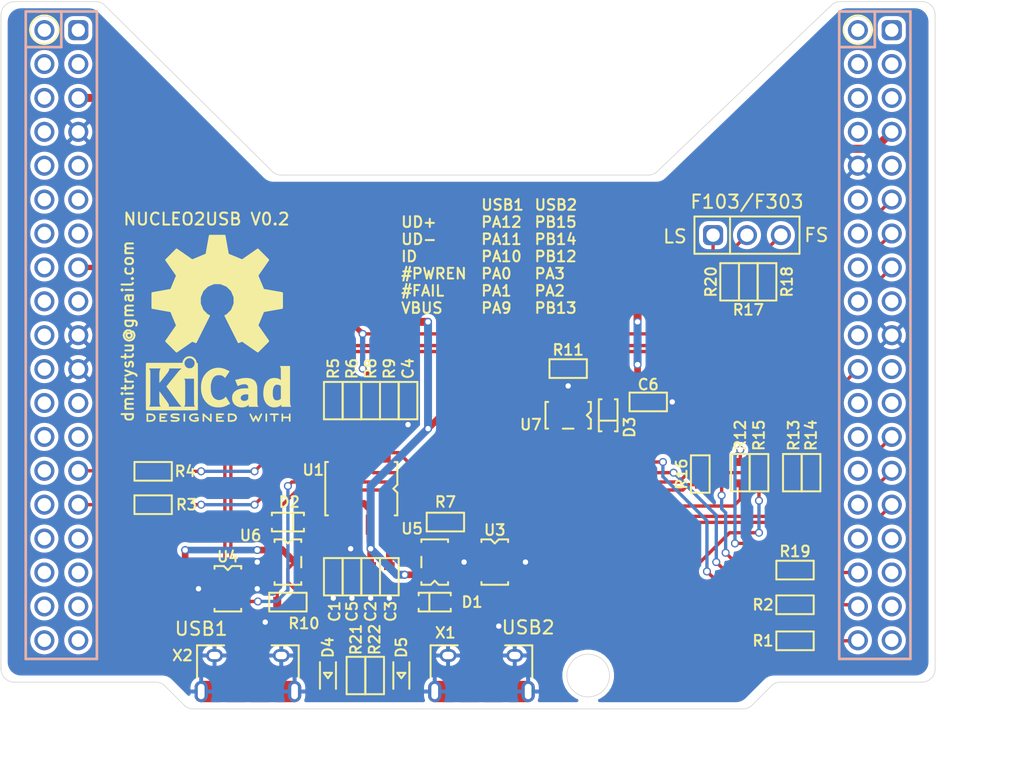
<source format=kicad_pcb>
(kicad_pcb (version 20171130) (host pcbnew 5.1.7-a382d34a8~87~ubuntu18.04.1)
  (layers (0 F.Cu signal) (31 B.Cu signal) (34 B.Paste user) (35 F.Paste user) (36 B.SilkS user) (37 F.SilkS user) (38 B.Mask user) (39 F.Mask user) (44 Edge.Cuts user))
  (net 0 "")
  (net 1 AGND)
  (net 2 +5V0)
  (net 3 OTGFS_VBUS)
  (net 4 OTGHS_VBUS)
  (net 5 U5V)
  (net 6 "Net-(R1-Pad2)")
  (net 7 "Net-(R2-Pad2)")
  (net 8 "Net-(R3-Pad2)")
  (net 9 "Net-(R7-Pad1)")
  (net 10 +3V3)
  (net 11 OTGHS_DP)
  (net 12 PB15)
  (net 13 PB14)
  (net 14 PB13)
  (net 15 PB12)
  (net 16 OTGHS_ID)
  (net 17 PA9)
  (net 18 PA10)
  (net 19 OTGFS_ID)
  (net 20 OTGFS_DP)
  (net 21 "Net-(X3-Pad36)")
  (net 22 "Net-(X3-Pad33)")
  (net 23 "Net-(X3-Pad32)")
  (net 24 "Net-(X3-Pad31)")
  (net 25 "Net-(X3-Pad29)")
  (net 26 "Net-(X3-Pad27)")
  (net 27 "Net-(X3-Pad26)")
  (net 28 "Net-(X3-Pad25)")
  (net 29 "Net-(X3-Pad24)")
  (net 30 "Net-(X3-Pad23)")
  (net 31 "Net-(X3-Pad21)")
  (net 32 "Net-(X3-Pad19)")
  (net 33 "Net-(X3-Pad18)")
  (net 34 "Net-(X3-Pad17)")
  (net 35 "Net-(X3-Pad15)")
  (net 36 "Net-(X3-Pad13)")
  (net 37 "Net-(X3-Pad12)")
  (net 38 "Net-(X3-Pad11)")
  (net 39 "Net-(X3-Pad2)")
  (net 40 "Net-(X3-Pad1)")
  (net 41 "Net-(X3-Pad10)")
  (net 42 "Net-(X3-Pad9)")
  (net 43 "Net-(X3-Pad3)")
  (net 44 "Net-(X3-Pad4)")
  (net 45 "Net-(X3-Pad5)")
  (net 46 "Net-(X3-Pad7)")
  (net 47 "Net-(X4-Pad38)")
  (net 48 "Net-(X4-Pad36)")
  (net 49 "Net-(X4-Pad34)")
  (net 50 "Net-(X4-Pad32)")
  (net 51 "Net-(X4-Pad31)")
  (net 52 "Net-(X4-Pad27)")
  (net 53 "Net-(X4-Pad23)")
  (net 54 "Net-(X4-Pad19)")
  (net 55 "Net-(X4-Pad18)")
  (net 56 "Net-(X4-Pad17)")
  (net 57 "Net-(X4-Pad15)")
  (net 58 "Net-(X4-Pad11)")
  (net 59 "Net-(X4-Pad2)")
  (net 60 "Net-(X4-Pad1)")
  (net 61 "Net-(X4-Pad10)")
  (net 62 "Net-(X4-Pad3)")
  (net 63 "Net-(X4-Pad4)")
  (net 64 "Net-(X4-Pad5)")
  (net 65 "Net-(X4-Pad6)")
  (net 66 "Net-(X4-Pad7)")
  (net 67 PA0)
  (net 68 PA1)
  (net 69 PA2)
  (net 70 "Net-(R4-Pad2)")
  (net 71 PA3)
  (net 72 "Net-(R10-Pad1)")
  (net 73 "Net-(R11-Pad1)")
  (net 74 PA11)
  (net 75 PA12)
  (net 76 "Net-(X3-Pad38)")
  (net 77 "Net-(X3-Pad37)")
  (net 78 "Net-(X3-Pad35)")
  (net 79 "Net-(X3-Pad34)")
  (net 80 "Net-(X3-Pad14)")
  (net 81 "Net-(X4-Pad29)")
  (net 82 "Net-(X4-Pad25)")
  (net 83 "Net-(X4-Pad24)")
  (net 84 "Net-(X4-Pad22)")
  (net 85 "Net-(X4-Pad13)")
  (net 86 "Net-(R20-Pad2)")
  (net 87 "Net-(D4-PadK)")
  (net 88 "Net-(D5-PadK)")
  (net 89 OTGFS_DN)
  (net 90 OTGHS_DN)
  (module logo:KiCad-Logo_Copper_11mmx5mm (layer F.Cu) (at 101.3 133.6)
    (fp_text reference G***)
    (fp_text value "KiCad Logo" hide)
    (fp_text user "DESIGNED WITH" (at 0 2.6) (layer F.SilkS) (effects (font (size 0.5 0.97) (thickness 0.125))))
    (pad 1 smd circle (at -2.17 -1.49) (size 0.9 0.9) (layers F.Cu F.Mask))
  )
  (module logo:OSHW_FS_10MM (layer F.Cu) (at 101.2 127.4)
    (fp_text reference OSHW_FS_10MM hide)
    (fp_text value VAL** hide)
  )
  (module SMD-SOT:SOT-23-5 (layer F.Cu) (at 127.5 136 180)
    (fp_text reference U7 (at 2.8 -0.7 180) (layer F.SilkS) (effects (font (size 0.8 0.8))))
    (fp_text value MAX40200AUK)
    (pad 5 smd rect (at -0.95 -1.2 180) (size 0.6 1) (layers F.Cu F.Paste F.Mask) (net 2 +5V0))
    (pad 4 smd rect (at 0.95 -1.2 180) (size 0.6 1) (layers F.Cu F.Paste F.Mask))
    (pad 2 smd rect (at 0 1.2 180) (size 0.6 1) (layers F.Cu F.Paste F.Mask) (net 1 AGND))
    (pad 3 smd rect (at 0.95 1.2 180) (size 0.6 1) (layers F.Cu F.Paste F.Mask) (net 73 "Net-(R11-Pad1)"))
    (pad 1 smd rect (at -0.95 1.2 180) (size 0.6 1) (layers F.Cu F.Paste F.Mask) (net 5 U5V))
  )
  (module SMD-SOT:SOT-23-5 (layer F.Cu) (at 106.5 147 270)
    (fp_text reference U6 (at -2 2.8) (layer F.SilkS) (effects (font (size 0.8 0.8))))
    (fp_text value MAX40200AUK)
    (pad 5 smd rect (at -0.95 -1.2 270) (size 0.6 1) (layers F.Cu F.Paste F.Mask) (net 2 +5V0))
    (pad 4 smd rect (at 0.95 -1.2 270) (size 0.6 1) (layers F.Cu F.Paste F.Mask))
    (pad 2 smd rect (at 0 1.2 270) (size 0.6 1) (layers F.Cu F.Paste F.Mask) (net 1 AGND))
    (pad 3 smd rect (at 0.95 1.2 270) (size 0.6 1) (layers F.Cu F.Paste F.Mask) (net 72 "Net-(R10-Pad1)"))
    (pad 1 smd rect (at -0.95 1.2 270) (size 0.6 1) (layers F.Cu F.Paste F.Mask) (net 4 OTGHS_VBUS))
  )
  (module SMD-SOT:SOT-23-5 (layer F.Cu) (at 117.5 147 90)
    (fp_text reference U5 (at 2.5 -1.7) (layer F.SilkS) (effects (font (size 0.8 0.8))))
    (fp_text value MAX40200AUK)
    (pad 5 smd rect (at -0.95 -1.2 90) (size 0.6 1) (layers F.Cu F.Paste F.Mask) (net 2 +5V0))
    (pad 4 smd rect (at 0.95 -1.2 90) (size 0.6 1) (layers F.Cu F.Paste F.Mask))
    (pad 2 smd rect (at 0 1.2 90) (size 0.6 1) (layers F.Cu F.Paste F.Mask) (net 1 AGND))
    (pad 3 smd rect (at 0.95 1.2 90) (size 0.6 1) (layers F.Cu F.Paste F.Mask) (net 9 "Net-(R7-Pad1)"))
    (pad 1 smd rect (at -0.95 1.2 90) (size 0.6 1) (layers F.Cu F.Paste F.Mask) (net 3 OTGFS_VBUS))
  )
  (module SMD-SOT:SOD-323F (layer F.Cu) (at 130.5 136 90)
    (fp_text reference D3 (at -0.9 1.6 270) (layer F.SilkS) (effects (font (size 0.8 0.8))))
    (fp_text value PMEG2010EJ)
    (pad 2 smd rect (at 1 0 90) (size 0.7 0.5) (layers F.Cu F.Paste F.Mask) (net 5 U5V))
    (pad 1 smd rect (at -1 0 90) (size 0.7 0.5) (layers F.Cu F.Paste F.Mask) (net 2 +5V0))
  )
  (module SMD-SOT:SOD-323F (layer F.Cu) (at 117.5 150)
    (fp_text reference D1 (at 2.8 0 180) (layer F.SilkS) (effects (font (size 0.8 0.8))))
    (fp_text value PMEG2010EJ)
    (pad 2 smd rect (at 1 0) (size 0.7 0.5) (layers F.Cu F.Paste F.Mask) (net 3 OTGFS_VBUS))
    (pad 1 smd rect (at -1 0) (size 0.7 0.5) (layers F.Cu F.Paste F.Mask) (net 2 +5V0))
  )
  (module SMD-SOT:SOD-323F (layer F.Cu) (at 106.5 144 180)
    (fp_text reference D2 (at -0.1 1.5 180) (layer F.SilkS) (effects (font (size 0.8 0.8))))
    (fp_text value PMEG2010EJ)
    (pad 2 smd rect (at 1 0 180) (size 0.7 0.5) (layers F.Cu F.Paste F.Mask) (net 4 OTGHS_VBUS))
    (pad 1 smd rect (at -1 0 180) (size 0.7 0.5) (layers F.Cu F.Paste F.Mask) (net 2 +5V0))
  )
  (module CONNECTORS:AMP10118194-0001LF (layer F.Cu) (at 103.5 154)
    (fp_text reference X2 (at -4.9 0 180) (layer F.SilkS) (effects (font (size 0.8 0.8))))
    (fp_text value USB-OTG)
    (pad 2 smd rect (at -0.65 0) (size 0.4 1.4) (layers F.Cu F.Paste F.Mask) (net 90 OTGHS_DN))
    (pad 4 smd rect (at 0.65 0) (size 0.4 1.4) (layers F.Cu F.Paste F.Mask) (net 16 OTGHS_ID))
    (pad 5 smd rect (at 1.3 0) (size 0.4 1.4) (layers F.Cu F.Paste F.Mask) (net 1 AGND))
    (pad 3 smd rect (at 0 0) (size 0.4 1.4) (layers F.Cu F.Paste F.Mask) (net 11 OTGHS_DP))
    (pad 1 smd rect (at -1.3 0) (size 0.4 1.4) (layers F.Cu F.Paste F.Mask) (net 4 OTGHS_VBUS))
    (pad S smd rect (at -2.8 2.7) (size 1.4 1.6) (layers F.Cu F.Paste F.Mask) (net 1 AGND))
    (pad S thru_hole oval (at 3.5 2.7) (size 1 1.6) (drill oval 0.5 1.15) (layers *.Cu *.Mask) (net 1 AGND))
    (pad S thru_hole oval (at 2.5 0) (size 1.25 0.95) (drill oval 0.85 0.55) (layers *.Cu *.Mask) (net 1 AGND))
    (pad S thru_hole oval (at -2.5 0) (size 1.25 0.95) (drill oval 0.85 0.55) (layers *.Cu *.Mask) (net 1 AGND))
    (pad S thru_hole oval (at -3.5 2.7) (size 1 1.6) (drill oval 0.5 1.15) (layers *.Cu *.Mask) (net 1 AGND))
    (pad S smd rect (at 2.8 2.7) (size 1.4 1.6) (layers F.Cu F.Paste F.Mask) (net 1 AGND))
    (pad S smd rect (at -0.9 2.7) (size 1.4 1.6) (layers F.Cu F.Paste F.Mask) (net 1 AGND))
    (pad S smd rect (at 0.9 2.7) (size 1.4 1.6) (layers F.Cu F.Paste F.Mask) (net 1 AGND))
  )
  (module CONNECTORS:AMP10118194-0001LF (layer F.Cu) (at 121 154)
    (fp_text reference X1 (at -2.7 -1.7 180) (layer F.SilkS) (effects (font (size 0.8 0.8))))
    (fp_text value USB-OTG)
    (pad 2 smd rect (at -0.65 0) (size 0.4 1.4) (layers F.Cu F.Paste F.Mask) (net 89 OTGFS_DN))
    (pad 4 smd rect (at 0.65 0) (size 0.4 1.4) (layers F.Cu F.Paste F.Mask) (net 19 OTGFS_ID))
    (pad 5 smd rect (at 1.3 0) (size 0.4 1.4) (layers F.Cu F.Paste F.Mask) (net 1 AGND))
    (pad 3 smd rect (at 0 0) (size 0.4 1.4) (layers F.Cu F.Paste F.Mask) (net 20 OTGFS_DP))
    (pad 1 smd rect (at -1.3 0) (size 0.4 1.4) (layers F.Cu F.Paste F.Mask) (net 3 OTGFS_VBUS))
    (pad S smd rect (at -2.8 2.7) (size 1.4 1.6) (layers F.Cu F.Paste F.Mask) (net 1 AGND))
    (pad S thru_hole oval (at 3.5 2.7) (size 1 1.6) (drill oval 0.5 1.15) (layers *.Cu *.Mask) (net 1 AGND))
    (pad S thru_hole oval (at 2.5 0) (size 1.25 0.95) (drill oval 0.85 0.55) (layers *.Cu *.Mask) (net 1 AGND))
    (pad S thru_hole oval (at -2.5 0) (size 1.25 0.95) (drill oval 0.85 0.55) (layers *.Cu *.Mask) (net 1 AGND))
    (pad S thru_hole oval (at -3.5 2.7) (size 1 1.6) (drill oval 0.5 1.15) (layers *.Cu *.Mask) (net 1 AGND))
    (pad S smd rect (at 2.8 2.7) (size 1.4 1.6) (layers F.Cu F.Paste F.Mask) (net 1 AGND))
    (pad S smd rect (at -0.9 2.7) (size 1.4 1.6) (layers F.Cu F.Paste F.Mask) (net 1 AGND))
    (pad S smd rect (at 0.9 2.7) (size 1.4 1.6) (layers F.Cu F.Paste F.Mask) (net 1 AGND))
  )
  (module SMD-CMN:SMD-0603R (layer F.Cu) (at 113 155.5 90)
    (fp_text reference R22 (at 2.7 0 90) (layer F.SilkS) (effects (font (size 0.8 0.8))))
    (fp_text value 470)
    (pad 2 smd rect (at 0.8 0 90) (size 0.6 0.8) (layers F.Cu F.Paste F.Mask) (net 1 AGND))
    (pad 1 smd rect (at -0.8 0 90) (size 0.6 0.8) (layers F.Cu F.Paste F.Mask) (net 88 "Net-(D5-PadK)"))
  )
  (module SMD-CMN:SMD-0603R (layer F.Cu) (at 111.6 155.5 90)
    (fp_text reference R21 (at 2.7 0 90) (layer F.SilkS) (effects (font (size 0.8 0.8))))
    (fp_text value 470)
    (pad 2 smd rect (at 0.8 0 90) (size 0.6 0.8) (layers F.Cu F.Paste F.Mask) (net 1 AGND))
    (pad 1 smd rect (at -0.8 0 90) (size 0.6 0.8) (layers F.Cu F.Paste F.Mask) (net 87 "Net-(D4-PadK)"))
  )
  (module SMD-CMN:SMD-0603R (layer F.Cu) (at 139.6 126 90)
    (fp_text reference R20 (at 0 -1.397 90) (layer F.SilkS) (effects (font (size 0.8 0.8))))
    (fp_text value 1k5)
    (pad 2 smd rect (at 0.8 0 90) (size 0.6 0.8) (layers F.Cu F.Paste F.Mask) (net 86 "Net-(R20-Pad2)"))
    (pad 1 smd rect (at -0.8 0 90) (size 0.6 0.8) (layers F.Cu F.Paste F.Mask) (net 10 +3V3))
  )
  (module SMD-CMN:SMD-0603R (layer F.Cu) (at 144.5 147.6)
    (fp_text reference R19 (at 0 -1.397) (layer F.SilkS) (effects (font (size 0.8 0.8))))
    (fp_text value 22)
    (pad 2 smd rect (at 0.8 0) (size 0.6 0.8) (layers F.Cu F.Paste F.Mask) (net 18 PA10))
    (pad 1 smd rect (at -0.8 0) (size 0.6 0.8) (layers F.Cu F.Paste F.Mask) (net 16 OTGHS_ID))
  )
  (module SMD-CMN:SMD-0603R (layer F.Cu) (at 142.4 126 90)
    (fp_text reference R18 (at 0 1.5 90) (layer F.SilkS) (effects (font (size 0.8 0.8))))
    (fp_text value 22)
    (pad 2 smd rect (at 0.8 0 90) (size 0.6 0.8) (layers F.Cu F.Paste F.Mask) (net 75 PA12))
    (pad 1 smd rect (at -0.8 0 90) (size 0.6 0.8) (layers F.Cu F.Paste F.Mask) (net 11 OTGHS_DP))
  )
  (module SMD-CMN:SMD-0603R (layer F.Cu) (at 141 126 90)
    (fp_text reference R17 (at -2.1 0 180) (layer F.SilkS) (effects (font (size 0.8 0.8))))
    (fp_text value 22)
    (pad 2 smd rect (at 0.8 0 90) (size 0.6 0.8) (layers F.Cu F.Paste F.Mask) (net 74 PA11))
    (pad 1 smd rect (at -0.8 0 90) (size 0.6 0.8) (layers F.Cu F.Paste F.Mask) (net 90 OTGHS_DN))
  )
  (module SMD-CMN:SMD-0603R (layer F.Cu) (at 137.4 140.4 90)
    (fp_text reference R16 (at 0 -1.397 90) (layer F.SilkS) (effects (font (size 0.8 0.8))))
    (fp_text value 22)
    (pad 2 smd rect (at 0.8 0 90) (size 0.6 0.8) (layers F.Cu F.Paste F.Mask) (net 17 PA9))
    (pad 1 smd rect (at -0.8 0 90) (size 0.6 0.8) (layers F.Cu F.Paste F.Mask) (net 4 OTGHS_VBUS))
  )
  (module SMD-CMN:SMD-0603R (layer F.Cu) (at 141.8 140.3 90)
    (fp_text reference R15 (at 2.8 0 90) (layer F.SilkS) (effects (font (size 0.8 0.8))))
    (fp_text value 22)
    (pad 2 smd rect (at 0.8 0 90) (size 0.6 0.8) (layers F.Cu F.Paste F.Mask) (net 15 PB12))
    (pad 1 smd rect (at -0.8 0 90) (size 0.6 0.8) (layers F.Cu F.Paste F.Mask) (net 19 OTGFS_ID))
  )
  (module SMD-CMN:SMD-0603R (layer F.Cu) (at 145.7 140.3 90)
    (fp_text reference R14 (at 2.8 0 90) (layer F.SilkS) (effects (font (size 0.8 0.8))))
    (fp_text value 22)
    (pad 2 smd rect (at 0.8 0 90) (size 0.6 0.8) (layers F.Cu F.Paste F.Mask) (net 12 PB15))
    (pad 1 smd rect (at -0.8 0 90) (size 0.6 0.8) (layers F.Cu F.Paste F.Mask) (net 20 OTGFS_DP))
  )
  (module SMD-CMN:SMD-0603R (layer F.Cu) (at 144.3 140.3 90)
    (fp_text reference R13 (at 2.8 0.1 90) (layer F.SilkS) (effects (font (size 0.8 0.8))))
    (fp_text value 22)
    (pad 2 smd rect (at 0.8 0 90) (size 0.6 0.8) (layers F.Cu F.Paste F.Mask) (net 13 PB14))
    (pad 1 smd rect (at -0.8 0 90) (size 0.6 0.8) (layers F.Cu F.Paste F.Mask) (net 89 OTGFS_DN))
  )
  (module SMD-CMN:SMD-0603R (layer F.Cu) (at 140.4 140.3 90)
    (fp_text reference R12 (at 2.8 0 90) (layer F.SilkS) (effects (font (size 0.8 0.8))))
    (fp_text value 22)
    (pad 2 smd rect (at 0.8 0 90) (size 0.6 0.8) (layers F.Cu F.Paste F.Mask) (net 14 PB13))
    (pad 1 smd rect (at -0.8 0 90) (size 0.6 0.8) (layers F.Cu F.Paste F.Mask) (net 3 OTGFS_VBUS))
  )
  (module SMD-CMN:SMD-0603R (layer F.Cu) (at 127.5 132.5)
    (fp_text reference R11 (at 0 -1.397) (layer F.SilkS) (effects (font (size 0.8 0.8))))
    (fp_text value 10k)
    (pad 2 smd rect (at 0.8 0) (size 0.6 0.8) (layers F.Cu F.Paste F.Mask) (net 5 U5V))
    (pad 1 smd rect (at -0.8 0) (size 0.6 0.8) (layers F.Cu F.Paste F.Mask) (net 73 "Net-(R11-Pad1)"))
  )
  (module SMD-CMN:SMD-0603R (layer F.Cu) (at 106.5 150)
    (fp_text reference R10 (at 1.2 1.6) (layer F.SilkS) (effects (font (size 0.8 0.8))))
    (fp_text value 10k)
    (pad 2 smd rect (at 0.8 0) (size 0.6 0.8) (layers F.Cu F.Paste F.Mask) (net 4 OTGHS_VBUS))
    (pad 1 smd rect (at -0.8 0) (size 0.6 0.8) (layers F.Cu F.Paste F.Mask) (net 72 "Net-(R10-Pad1)"))
  )
  (module SMD-CMN:SMD-0603R (layer F.Cu) (at 114.1 134.9 270)
    (fp_text reference R9 (at -2.4 0 90) (layer F.SilkS) (effects (font (size 0.8 0.8))))
    (fp_text value 10k)
    (pad 2 smd rect (at 0.8 0 270) (size 0.6 0.8) (layers F.Cu F.Paste F.Mask) (net 6 "Net-(R1-Pad2)"))
    (pad 1 smd rect (at -0.8 0 270) (size 0.6 0.8) (layers F.Cu F.Paste F.Mask) (net 10 +3V3))
  )
  (module SMD-CMN:SMD-0603R (layer F.Cu) (at 112.7 134.9 270)
    (fp_text reference R8 (at -2.4 0 90) (layer F.SilkS) (effects (font (size 0.8 0.8))))
    (fp_text value 10k)
    (pad 2 smd rect (at 0.8 0 270) (size 0.6 0.8) (layers F.Cu F.Paste F.Mask) (net 7 "Net-(R2-Pad2)"))
    (pad 1 smd rect (at -0.8 0 270) (size 0.6 0.8) (layers F.Cu F.Paste F.Mask) (net 10 +3V3))
  )
  (module SMD-CMN:SMD-0603R (layer F.Cu) (at 118.3 144 180)
    (fp_text reference R7 (at 0 1.5) (layer F.SilkS) (effects (font (size 0.8 0.8))))
    (fp_text value 10k)
    (pad 2 smd rect (at 0.8 0 180) (size 0.6 0.8) (layers F.Cu F.Paste F.Mask) (net 3 OTGFS_VBUS))
    (pad 1 smd rect (at -0.8 0 180) (size 0.6 0.8) (layers F.Cu F.Paste F.Mask) (net 9 "Net-(R7-Pad1)"))
  )
  (module SMD-CMN:SMD-0603R (layer F.Cu) (at 111.3 134.9 270)
    (fp_text reference R6 (at -2.4 0 90) (layer F.SilkS) (effects (font (size 0.8 0.8))))
    (fp_text value 10k)
    (pad 2 smd rect (at 0.8 0 270) (size 0.6 0.8) (layers F.Cu F.Paste F.Mask) (net 8 "Net-(R3-Pad2)"))
    (pad 1 smd rect (at -0.8 0 270) (size 0.6 0.8) (layers F.Cu F.Paste F.Mask) (net 10 +3V3))
  )
  (module SMD-CMN:SMD-0603R (layer F.Cu) (at 109.9 134.9 270)
    (fp_text reference R5 (at -2.4 0 90) (layer F.SilkS) (effects (font (size 0.8 0.8))))
    (fp_text value 10k)
    (pad 2 smd rect (at 0.8 0 270) (size 0.6 0.8) (layers F.Cu F.Paste F.Mask) (net 70 "Net-(R4-Pad2)"))
    (pad 1 smd rect (at -0.8 0 270) (size 0.6 0.8) (layers F.Cu F.Paste F.Mask) (net 10 +3V3))
  )
  (module SMD-CMN:SMD-0603R (layer F.Cu) (at 96.4 140.2)
    (fp_text reference R4 (at 2.4 0) (layer F.SilkS) (effects (font (size 0.8 0.8))))
    (fp_text value 22)
    (pad 2 smd rect (at 0.8 0) (size 0.6 0.8) (layers F.Cu F.Paste F.Mask) (net 70 "Net-(R4-Pad2)"))
    (pad 1 smd rect (at -0.8 0) (size 0.6 0.8) (layers F.Cu F.Paste F.Mask) (net 67 PA0))
  )
  (module SMD-CMN:SMD-0603R (layer F.Cu) (at 96.4 142.7)
    (fp_text reference R3 (at 2.5 0) (layer F.SilkS) (effects (font (size 0.8 0.8))))
    (fp_text value 22)
    (pad 2 smd rect (at 0.8 0) (size 0.6 0.8) (layers F.Cu F.Paste F.Mask) (net 8 "Net-(R3-Pad2)"))
    (pad 1 smd rect (at -0.8 0) (size 0.6 0.8) (layers F.Cu F.Paste F.Mask) (net 68 PA1))
  )
  (module SMD-CMN:SMD-0603R (layer F.Cu) (at 144.5 150.2 180)
    (fp_text reference R2 (at 2.4 0) (layer F.SilkS) (effects (font (size 0.8 0.8))))
    (fp_text value 22)
    (pad 2 smd rect (at 0.8 0 180) (size 0.6 0.8) (layers F.Cu F.Paste F.Mask) (net 7 "Net-(R2-Pad2)"))
    (pad 1 smd rect (at -0.8 0 180) (size 0.6 0.8) (layers F.Cu F.Paste F.Mask) (net 69 PA2))
  )
  (module SMD-CMN:SMD-0603R (layer F.Cu) (at 144.5 152.9 180)
    (fp_text reference R1 (at 2.4 0) (layer F.SilkS) (effects (font (size 0.8 0.8))))
    (fp_text value 22)
    (pad 2 smd rect (at 0.8 0 180) (size 0.6 0.8) (layers F.Cu F.Paste F.Mask) (net 6 "Net-(R1-Pad2)"))
    (pad 1 smd rect (at -0.8 0 180) (size 0.6 0.8) (layers F.Cu F.Paste F.Mask) (net 71 PA3))
  )
  (module OPTOEL:LED-0603 (layer F.Cu) (at 115 155.5 90)
    (fp_text reference D5 (at 2.1 0 90) (layer F.SilkS) (effects (font (size 0.8 0.8))))
    (fp_text value 0603Y)
    (pad A smd rect (at 0.8 0 90) (size 0.6 0.8) (layers F.Cu F.Paste F.Mask) (net 3 OTGFS_VBUS))
    (pad K smd rect (at -0.8 0 90) (size 0.6 0.8) (layers F.Cu F.Paste F.Mask) (net 88 "Net-(D5-PadK)"))
  )
  (module OPTOEL:LED-0603 (layer F.Cu) (at 109.5 155.5 90)
    (fp_text reference D4 (at 2.1 0 90) (layer F.SilkS) (effects (font (size 0.8 0.8))))
    (fp_text value 0603Y)
    (pad A smd rect (at 0.8 0 90) (size 0.6 0.8) (layers F.Cu F.Paste F.Mask) (net 4 OTGHS_VBUS))
    (pad K smd rect (at -0.8 0 90) (size 0.6 0.8) (layers F.Cu F.Paste F.Mask) (net 87 "Net-(D4-PadK)"))
  )
  (module SMD-CMN:SMD-0603C (layer F.Cu) (at 133.5 135)
    (fp_text reference C6 (at 0 -1.3) (layer F.SilkS) (effects (font (size 0.8 0.8))))
    (fp_text value 0.1uF)
    (pad 2 smd rect (at 0.8 0) (size 0.6 0.8) (layers F.Cu F.Paste F.Mask) (net 1 AGND))
    (pad 1 smd rect (at -0.8 0) (size 0.6 0.8) (layers F.Cu F.Paste F.Mask) (net 5 U5V))
  )
  (module SMD-CMN:SMD-0603C (layer F.Cu) (at 115.5 134.9 270)
    (fp_text reference C4 (at -2.4 0 90) (layer F.SilkS) (effects (font (size 0.8 0.8))))
    (fp_text value 0.1uF)
    (pad 2 smd rect (at 0.8 0 270) (size 0.6 0.8) (layers F.Cu F.Paste F.Mask) (net 1 AGND))
    (pad 1 smd rect (at -0.8 0 270) (size 0.6 0.8) (layers F.Cu F.Paste F.Mask) (net 10 +3V3))
  )
  (module CONNFLY:DS1021-1X03S61 (layer F.Cu) (at 140.9 122.5)
    (fp_text reference X5 hide)
    (fp_text value CONN-03P1L)
    (pad 1 thru_hole roundrect (at -2.54 0) (size 1.5 1.5) (drill 1) (layers *.Cu *.Mask) (net 74 PA11))
    (pad 2 thru_hole circle (at 0 0) (size 1.5 1.5) (drill 1) (layers *.Cu *.Mask) (net 86 "Net-(R20-Pad2)"))
    (pad 3 thru_hole circle (at 2.54 0) (size 1.5 1.5) (drill 1) (layers *.Cu *.Mask) (net 75 PA12))
  )
  (module SMD-CMN:SMD-0603C (layer F.Cu) (at 114.1 148.1 270)
    (fp_text reference C3 (at 2.6 -0.1 90) (layer F.SilkS) (effects (font (size 0.8 0.8))))
    (fp_text value 0.1uF)
    (pad 2 smd rect (at 0.8 0 270) (size 0.6 0.8) (layers F.Cu F.Paste F.Mask) (net 1 AGND))
    (pad 1 smd rect (at -0.8 0 270) (size 0.6 0.8) (layers F.Cu F.Paste F.Mask) (net 3 OTGFS_VBUS))
  )
  (module SMD-CMN:SMD-0603C (layer F.Cu) (at 112.7 148.1 270)
    (fp_text reference C2 (at 2.6 0 90) (layer F.SilkS) (effects (font (size 0.8 0.8))))
    (fp_text value 0.1uF)
    (pad 2 smd rect (at 0.8 0 270) (size 0.6 0.8) (layers F.Cu F.Paste F.Mask) (net 1 AGND))
    (pad 1 smd rect (at -0.8 0 270) (size 0.6 0.8) (layers F.Cu F.Paste F.Mask) (net 2 +5V0))
  )
  (module SMD-CMN:SMD-0603C (layer F.Cu) (at 109.9 148.1 270)
    (fp_text reference C1 (at 2.6 -0.1 90) (layer F.SilkS) (effects (font (size 0.8 0.8))))
    (fp_text value 0.1uF)
    (pad 2 smd rect (at 0.8 0 270) (size 0.6 0.8) (layers F.Cu F.Paste F.Mask) (net 1 AGND))
    (pad 1 smd rect (at -0.8 0 270) (size 0.6 0.8) (layers F.Cu F.Paste F.Mask) (net 4 OTGHS_VBUS))
  )
  (module SMD-QFN:SO127P050X039-8 (layer F.Cu) (at 112 141.5 180)
    (fp_text reference U1 (at 3.6 1.4 180) (layer F.SilkS) (effects (font (size 0.8 0.8))))
    (fp_text value LM3526L)
    (pad 5 smd rect (at 1.905 -2.7 180) (size 0.6 1.5) (layers F.Cu F.Paste F.Mask) (net 4 OTGHS_VBUS))
    (pad 6 smd rect (at 0.635 -2.7 180) (size 0.6 1.5) (layers F.Cu F.Paste F.Mask) (net 1 AGND))
    (pad 8 smd rect (at -1.905 -2.7 180) (size 0.6 1.5) (layers F.Cu F.Paste F.Mask) (net 3 OTGFS_VBUS))
    (pad 7 smd rect (at -0.635 -2.7 180) (size 0.6 1.5) (layers F.Cu F.Paste F.Mask) (net 2 +5V0))
    (pad 1 smd rect (at -1.905 2.7 180) (size 0.6 1.5) (layers F.Cu F.Paste F.Mask) (net 6 "Net-(R1-Pad2)"))
    (pad 2 smd rect (at -0.635 2.7 180) (size 0.6 1.5) (layers F.Cu F.Paste F.Mask) (net 7 "Net-(R2-Pad2)"))
    (pad 4 smd rect (at 1.905 2.7 180) (size 0.6 1.5) (layers F.Cu F.Paste F.Mask) (net 70 "Net-(R4-Pad2)"))
    (pad 3 smd rect (at 0.635 2.7 180) (size 0.6 1.5) (layers F.Cu F.Paste F.Mask) (net 8 "Net-(R3-Pad2)"))
  )
  (module CONNFLY:DS1023-04-2X19A11 (layer B.Cu) (at 150.48 130 270)
    (fp_text reference X4 hide)
    (fp_text value ST-MORPHO-CN10)
    (pad 38 thru_hole circle (at 22.86 -1.27 270) (size 1.5 1.5) (drill 1) (layers *.Cu *.Mask) (net 47 "Net-(X4-Pad38)"))
    (pad 37 thru_hole circle (at 22.86 1.27 270) (size 1.5 1.5) (drill 1) (layers *.Cu *.Mask) (net 71 PA3))
    (pad 36 thru_hole circle (at 20.32 -1.27 270) (size 1.5 1.5) (drill 1) (layers *.Cu *.Mask) (net 48 "Net-(X4-Pad36)"))
    (pad 35 thru_hole circle (at 20.32 1.27 270) (size 1.5 1.5) (drill 1) (layers *.Cu *.Mask) (net 69 PA2))
    (pad 34 thru_hole circle (at 17.78 -1.27 270) (size 1.5 1.5) (drill 1) (layers *.Cu *.Mask) (net 49 "Net-(X4-Pad34)"))
    (pad 33 thru_hole circle (at 17.78 1.27 270) (size 1.5 1.5) (drill 1) (layers *.Cu *.Mask) (net 18 PA10))
    (pad 32 thru_hole circle (at 15.24 -1.27 270) (size 1.5 1.5) (drill 1) (layers *.Cu *.Mask) (net 50 "Net-(X4-Pad32)"))
    (pad 31 thru_hole circle (at 15.24 1.27 270) (size 1.5 1.5) (drill 1) (layers *.Cu *.Mask) (net 51 "Net-(X4-Pad31)"))
    (pad 30 thru_hole circle (at 12.7 -1.27 270) (size 1.5 1.5) (drill 1) (layers *.Cu *.Mask) (net 14 PB13))
    (pad 29 thru_hole circle (at 12.7 1.27 270) (size 1.5 1.5) (drill 1) (layers *.Cu *.Mask) (net 81 "Net-(X4-Pad29)"))
    (pad 28 thru_hole circle (at 10.16 -1.27 270) (size 1.5 1.5) (drill 1) (layers *.Cu *.Mask) (net 13 PB14))
    (pad 27 thru_hole circle (at 10.16 1.27 270) (size 1.5 1.5) (drill 1) (layers *.Cu *.Mask) (net 52 "Net-(X4-Pad27)"))
    (pad 26 thru_hole circle (at 7.62 -1.27 270) (size 1.5 1.5) (drill 1) (layers *.Cu *.Mask) (net 12 PB15))
    (pad 25 thru_hole circle (at 7.62 1.27 270) (size 1.5 1.5) (drill 1) (layers *.Cu *.Mask) (net 82 "Net-(X4-Pad25)"))
    (pad 24 thru_hole circle (at 5.08 -1.27 270) (size 1.5 1.5) (drill 1) (layers *.Cu *.Mask) (net 83 "Net-(X4-Pad24)"))
    (pad 23 thru_hole circle (at 5.08 1.27 270) (size 1.5 1.5) (drill 1) (layers *.Cu *.Mask) (net 53 "Net-(X4-Pad23)"))
    (pad 22 thru_hole circle (at 2.54 -1.27 270) (size 1.5 1.5) (drill 1) (layers *.Cu *.Mask) (net 84 "Net-(X4-Pad22)"))
    (pad 21 thru_hole circle (at 2.54 1.27 270) (size 1.5 1.5) (drill 1) (layers *.Cu *.Mask) (net 17 PA9))
    (pad 20 thru_hole circle (at 0 -1.27 270) (size 1.5 1.5) (drill 1) (layers *.Cu *.Mask) (net 1 AGND))
    (pad 19 thru_hole circle (at 0 1.27 270) (size 1.5 1.5) (drill 1) (layers *.Cu *.Mask) (net 54 "Net-(X4-Pad19)"))
    (pad 18 thru_hole circle (at -2.54 -1.27 270) (size 1.5 1.5) (drill 1) (layers *.Cu *.Mask) (net 55 "Net-(X4-Pad18)"))
    (pad 17 thru_hole circle (at -2.54 1.27 270) (size 1.5 1.5) (drill 1) (layers *.Cu *.Mask) (net 56 "Net-(X4-Pad17)"))
    (pad 16 thru_hole circle (at -5.08 -1.27 270) (size 1.5 1.5) (drill 1) (layers *.Cu *.Mask) (net 15 PB12))
    (pad 15 thru_hole circle (at -5.08 1.27 270) (size 1.5 1.5) (drill 1) (layers *.Cu *.Mask) (net 57 "Net-(X4-Pad15)"))
    (pad 14 thru_hole circle (at -7.62 -1.27 270) (size 1.5 1.5) (drill 1) (layers *.Cu *.Mask) (net 74 PA11))
    (pad 13 thru_hole circle (at -7.62 1.27 270) (size 1.5 1.5) (drill 1) (layers *.Cu *.Mask) (net 85 "Net-(X4-Pad13)"))
    (pad 12 thru_hole circle (at -10.16 -1.27 270) (size 1.5 1.5) (drill 1) (layers *.Cu *.Mask) (net 75 PA12))
    (pad 11 thru_hole circle (at -10.16 1.27 270) (size 1.5 1.5) (drill 1) (layers *.Cu *.Mask) (net 58 "Net-(X4-Pad11)"))
    (pad 2 thru_hole roundrect (at -22.86 -1.27 270) (size 1.5 1.5) (drill 1) (layers *.Cu *.Mask) (net 59 "Net-(X4-Pad2)"))
    (pad 1 thru_hole circle (at -22.86 1.27 270) (size 1.5 1.5) (drill 1) (layers *.Cu *.Mask) (net 60 "Net-(X4-Pad1)"))
    (pad 10 thru_hole circle (at -12.7 -1.27 270) (size 1.5 1.5) (drill 1) (layers *.Cu *.Mask) (net 61 "Net-(X4-Pad10)"))
    (pad 9 thru_hole circle (at -12.7 1.27 270) (size 1.5 1.5) (drill 1) (layers *.Cu *.Mask) (net 1 AGND))
    (pad 3 thru_hole circle (at -20.32 1.27 270) (size 1.5 1.5) (drill 1) (layers *.Cu *.Mask) (net 62 "Net-(X4-Pad3)"))
    (pad 4 thru_hole circle (at -20.32 -1.27 270) (size 1.5 1.5) (drill 1) (layers *.Cu *.Mask) (net 63 "Net-(X4-Pad4)"))
    (pad 5 thru_hole circle (at -17.78 1.27 270) (size 1.5 1.5) (drill 1) (layers *.Cu *.Mask) (net 64 "Net-(X4-Pad5)"))
    (pad 6 thru_hole circle (at -17.78 -1.27 270) (size 1.5 1.5) (drill 1) (layers *.Cu *.Mask) (net 65 "Net-(X4-Pad6)"))
    (pad 7 thru_hole circle (at -15.24 1.27 270) (size 1.5 1.5) (drill 1) (layers *.Cu *.Mask) (net 66 "Net-(X4-Pad7)"))
    (pad 8 thru_hole circle (at -15.24 -1.27 270) (size 1.5 1.5) (drill 1) (layers *.Cu *.Mask) (net 5 U5V))
  )
  (module CONNFLY:DS1023-04-2X19A11 (layer B.Cu) (at 89.52 130 270)
    (fp_text reference X3 hide)
    (fp_text value ST-MORPHO-CN7)
    (pad 38 thru_hole circle (at 22.86 -1.27 270) (size 1.5 1.5) (drill 1) (layers *.Cu *.Mask) (net 76 "Net-(X3-Pad38)"))
    (pad 37 thru_hole circle (at 22.86 1.27 270) (size 1.5 1.5) (drill 1) (layers *.Cu *.Mask) (net 77 "Net-(X3-Pad37)"))
    (pad 36 thru_hole circle (at 20.32 -1.27 270) (size 1.5 1.5) (drill 1) (layers *.Cu *.Mask) (net 21 "Net-(X3-Pad36)"))
    (pad 35 thru_hole circle (at 20.32 1.27 270) (size 1.5 1.5) (drill 1) (layers *.Cu *.Mask) (net 78 "Net-(X3-Pad35)"))
    (pad 34 thru_hole circle (at 17.78 -1.27 270) (size 1.5 1.5) (drill 1) (layers *.Cu *.Mask) (net 79 "Net-(X3-Pad34)"))
    (pad 33 thru_hole circle (at 17.78 1.27 270) (size 1.5 1.5) (drill 1) (layers *.Cu *.Mask) (net 22 "Net-(X3-Pad33)"))
    (pad 32 thru_hole circle (at 15.24 -1.27 270) (size 1.5 1.5) (drill 1) (layers *.Cu *.Mask) (net 23 "Net-(X3-Pad32)"))
    (pad 31 thru_hole circle (at 15.24 1.27 270) (size 1.5 1.5) (drill 1) (layers *.Cu *.Mask) (net 24 "Net-(X3-Pad31)"))
    (pad 30 thru_hole circle (at 12.7 -1.27 270) (size 1.5 1.5) (drill 1) (layers *.Cu *.Mask) (net 68 PA1))
    (pad 29 thru_hole circle (at 12.7 1.27 270) (size 1.5 1.5) (drill 1) (layers *.Cu *.Mask) (net 25 "Net-(X3-Pad29)"))
    (pad 28 thru_hole circle (at 10.16 -1.27 270) (size 1.5 1.5) (drill 1) (layers *.Cu *.Mask) (net 67 PA0))
    (pad 27 thru_hole circle (at 10.16 1.27 270) (size 1.5 1.5) (drill 1) (layers *.Cu *.Mask) (net 26 "Net-(X3-Pad27)"))
    (pad 26 thru_hole circle (at 7.62 -1.27 270) (size 1.5 1.5) (drill 1) (layers *.Cu *.Mask) (net 27 "Net-(X3-Pad26)"))
    (pad 25 thru_hole circle (at 7.62 1.27 270) (size 1.5 1.5) (drill 1) (layers *.Cu *.Mask) (net 28 "Net-(X3-Pad25)"))
    (pad 24 thru_hole circle (at 5.08 -1.27 270) (size 1.5 1.5) (drill 1) (layers *.Cu *.Mask) (net 29 "Net-(X3-Pad24)"))
    (pad 23 thru_hole circle (at 5.08 1.27 270) (size 1.5 1.5) (drill 1) (layers *.Cu *.Mask) (net 30 "Net-(X3-Pad23)"))
    (pad 22 thru_hole circle (at 2.54 -1.27 270) (size 1.5 1.5) (drill 1) (layers *.Cu *.Mask) (net 1 AGND))
    (pad 21 thru_hole circle (at 2.54 1.27 270) (size 1.5 1.5) (drill 1) (layers *.Cu *.Mask) (net 31 "Net-(X3-Pad21)"))
    (pad 20 thru_hole circle (at 0 -1.27 270) (size 1.5 1.5) (drill 1) (layers *.Cu *.Mask) (net 1 AGND))
    (pad 19 thru_hole circle (at 0 1.27 270) (size 1.5 1.5) (drill 1) (layers *.Cu *.Mask) (net 32 "Net-(X3-Pad19)"))
    (pad 18 thru_hole circle (at -2.54 -1.27 270) (size 1.5 1.5) (drill 1) (layers *.Cu *.Mask) (net 33 "Net-(X3-Pad18)"))
    (pad 17 thru_hole circle (at -2.54 1.27 270) (size 1.5 1.5) (drill 1) (layers *.Cu *.Mask) (net 34 "Net-(X3-Pad17)"))
    (pad 16 thru_hole circle (at -5.08 -1.27 270) (size 1.5 1.5) (drill 1) (layers *.Cu *.Mask) (net 10 +3V3))
    (pad 15 thru_hole circle (at -5.08 1.27 270) (size 1.5 1.5) (drill 1) (layers *.Cu *.Mask) (net 35 "Net-(X3-Pad15)"))
    (pad 14 thru_hole circle (at -7.62 -1.27 270) (size 1.5 1.5) (drill 1) (layers *.Cu *.Mask) (net 80 "Net-(X3-Pad14)"))
    (pad 13 thru_hole circle (at -7.62 1.27 270) (size 1.5 1.5) (drill 1) (layers *.Cu *.Mask) (net 36 "Net-(X3-Pad13)"))
    (pad 12 thru_hole circle (at -10.16 -1.27 270) (size 1.5 1.5) (drill 1) (layers *.Cu *.Mask) (net 37 "Net-(X3-Pad12)"))
    (pad 11 thru_hole circle (at -10.16 1.27 270) (size 1.5 1.5) (drill 1) (layers *.Cu *.Mask) (net 38 "Net-(X3-Pad11)"))
    (pad 2 thru_hole roundrect (at -22.86 -1.27 270) (size 1.5 1.5) (drill 1) (layers *.Cu *.Mask) (net 39 "Net-(X3-Pad2)"))
    (pad 1 thru_hole circle (at -22.86 1.27 270) (size 1.5 1.5) (drill 1) (layers *.Cu *.Mask) (net 40 "Net-(X3-Pad1)"))
    (pad 10 thru_hole circle (at -12.7 -1.27 270) (size 1.5 1.5) (drill 1) (layers *.Cu *.Mask) (net 41 "Net-(X3-Pad10)"))
    (pad 9 thru_hole circle (at -12.7 1.27 270) (size 1.5 1.5) (drill 1) (layers *.Cu *.Mask) (net 42 "Net-(X3-Pad9)"))
    (pad 3 thru_hole circle (at -20.32 1.27 270) (size 1.5 1.5) (drill 1) (layers *.Cu *.Mask) (net 43 "Net-(X3-Pad3)"))
    (pad 4 thru_hole circle (at -20.32 -1.27 270) (size 1.5 1.5) (drill 1) (layers *.Cu *.Mask) (net 44 "Net-(X3-Pad4)"))
    (pad 5 thru_hole circle (at -17.78 1.27 270) (size 1.5 1.5) (drill 1) (layers *.Cu *.Mask) (net 45 "Net-(X3-Pad5)"))
    (pad 6 thru_hole circle (at -17.78 -1.27 270) (size 1.5 1.5) (drill 1) (layers *.Cu *.Mask) (net 2 +5V0))
    (pad 7 thru_hole circle (at -15.24 1.27 270) (size 1.5 1.5) (drill 1) (layers *.Cu *.Mask) (net 46 "Net-(X3-Pad7)"))
    (pad 8 thru_hole circle (at -15.24 -1.27 270) (size 1.5 1.5) (drill 1) (layers *.Cu *.Mask) (net 1 AGND))
  )
  (module SMD-SOT:SOT-23-6 (layer F.Cu) (at 102 149 270)
    (fp_text reference U4 (at -2.4 0) (layer F.SilkS) (effects (font (size 0.8 0.8))))
    (fp_text value ESDAxxSC6 hide)
    (pad 5 smd rect (at 0 -1.2 270) (size 0.6 1) (layers F.Cu F.Paste F.Mask) (net 1 AGND))
    (pad 6 smd rect (at -0.95 -1.2 270) (size 0.6 1) (layers F.Cu F.Paste F.Mask) (net 11 OTGHS_DP))
    (pad 4 smd rect (at 0.95 -1.2 270) (size 0.6 1) (layers F.Cu F.Paste F.Mask) (net 16 OTGHS_ID))
    (pad 2 smd rect (at 0 1.2 270) (size 0.6 1) (layers F.Cu F.Paste F.Mask) (net 1 AGND))
    (pad 3 smd rect (at 0.95 1.2 270) (size 0.6 1) (layers F.Cu F.Paste F.Mask) (net 4 OTGHS_VBUS))
    (pad 1 smd rect (at -0.95 1.2 270) (size 0.6 1) (layers F.Cu F.Paste F.Mask) (net 90 OTGHS_DN))
  )
  (module SMD-SOT:SOT-23-6 (layer F.Cu) (at 122 147 270)
    (fp_text reference U3 (at -2.4 0) (layer F.SilkS) (effects (font (size 0.8 0.8))))
    (fp_text value ESDAxxSC6 hide)
    (pad 5 smd rect (at 0 -1.2 270) (size 0.6 1) (layers F.Cu F.Paste F.Mask) (net 1 AGND))
    (pad 6 smd rect (at -0.95 -1.2 270) (size 0.6 1) (layers F.Cu F.Paste F.Mask) (net 20 OTGFS_DP))
    (pad 4 smd rect (at 0.95 -1.2 270) (size 0.6 1) (layers F.Cu F.Paste F.Mask) (net 19 OTGFS_ID))
    (pad 2 smd rect (at 0 1.2 270) (size 0.6 1) (layers F.Cu F.Paste F.Mask) (net 1 AGND))
    (pad 3 smd rect (at 0.95 1.2 270) (size 0.6 1) (layers F.Cu F.Paste F.Mask) (net 3 OTGFS_VBUS))
    (pad 1 smd rect (at -0.95 1.2 270) (size 0.6 1) (layers F.Cu F.Paste F.Mask) (net 89 OTGFS_DN))
  )
  (module SMD-CMN:SMD-0603C (layer F.Cu) (at 111.3 148.1 270)
    (fp_text reference C5 (at 2.6 0 90) (layer F.SilkS) (effects (font (size 0.8 0.8))))
    (fp_text value 0.1uF)
    (pad 2 smd rect (at 0.8 0 270) (size 0.6 0.8) (layers F.Cu F.Paste F.Mask) (net 1 AGND))
    (pad 1 smd rect (at -0.8 0 270) (size 0.6 0.8) (layers F.Cu F.Paste F.Mask) (net 2 +5V0))
  )
  (gr_arc (start 133.5 117) (end 133.5 118) (angle -36.86989765) (layer Edge.Cuts) (width 0.05))
  (gr_arc (start 106 117) (end 105.4 117.8) (angle -36.86989765) (layer Edge.Cuts) (width 0.05))
  (gr_arc (start 96.6 157) (end 97.2 156.2) (angle -36.86989765) (layer Edge.Cuts) (width 0.05))
  (gr_arc (start 143.4 157) (end 143.4 156) (angle -36.86989765) (layer Edge.Cuts) (width 0.05))
  (gr_arc (start 140.6 157) (end 140.6 158) (angle -36.86989765) (layer Edge.Cuts) (width 0.05))
  (gr_arc (start 99.4 157) (end 98.8 157.8) (angle -36.86989765) (layer Edge.Cuts) (width 0.05))
  (gr_circle (center 149.21 107.105) (end 150.11 107.705) (layer F.SilkS) (width 0.12))
  (gr_circle (center 88.25 107.105) (end 89.15 107.705) (layer F.SilkS) (width 0.12))
  (gr_text USB1 (at 100 152) (layer F.SilkS) (effects (font (size 1 1))))
  (gr_line (start 143.4 156) (end 154 156) (layer Edge.Cuts) (width 0.05))
  (gr_circle (center 129 155.5) (end 130.6 155.5) (layer Edge.Cuts) (width 0.05))
  (gr_line (start 141.2 157.8) (end 142.8 156.2) (layer Edge.Cuts) (width 0.05))
  (gr_line (start 99.4 158) (end 140.6 158) (layer Edge.Cuts) (width 0.05))
  (gr_line (start 97.2 156.2) (end 98.8 157.8) (layer Edge.Cuts) (width 0.05))
  (gr_text F103/F303 (at 140.9 120) (layer F.SilkS) (effects (font (size 1 1))))
  (gr_arc (start 147.9 106) (end 147.9 105) (angle -36.86989765) (layer Edge.Cuts) (width 0.05))
  (gr_arc (start 92.1 106) (end 92.7 105.2) (angle -36.86989765) (layer Edge.Cuts) (width 0.05))
  (gr_arc (start 86 106) (end 86 105) (angle -90) (layer Edge.Cuts) (width 0.05))
  (gr_arc (start 154 106) (end 155 106) (angle -90) (layer Edge.Cuts) (width 0.05))
  (gr_arc (start 154 155) (end 154 156) (angle -90) (layer Edge.Cuts) (width 0.05))
  (gr_arc (start 86 155) (end 85 155) (angle -90) (layer Edge.Cuts) (width 0.05))
  (gr_text "USB2\nPB15\nPB14\nPB12\nPA3\nPA2\nPB13" (at 124.9 124.1) (layer F.SilkS) (effects (font (size 0.8 0.8)) (justify left)))
  (gr_text "USB1\nPA12\nPA11\nPA10\nPA0\nPA1\nPA9" (at 120.9 124.1) (layer F.SilkS) (effects (font (size 0.8 0.8)) (justify left)))
  (gr_text "\nUD+\nUD-\nID\n#PWREN\n#FAIL\nVBUS" (at 114.9 124.1) (layer F.SilkS) (effects (font (size 0.8 0.8)) (justify left)))
  (gr_text USB2 (at 124.5 151.9) (layer F.SilkS) (effects (font (size 1 1))))
  (gr_text dmitrystu@gmail.com (at 94.5 129.7 90) (layer F.SilkS) (effects (font (size 0.85 0.85))))
  (gr_text "NUCLEO2USB V0.2" (at 100.4 121.3) (layer F.SilkS) (effects (font (size 0.9 0.9))))
  (gr_line (start 133.5 118) (end 106 118) (layer Edge.Cuts) (width 0.05))
  (gr_line (start 147.3 105.2) (end 134.1 117.8) (layer Edge.Cuts) (width 0.05))
  (gr_line (start 92.1 105) (end 86 105) (layer Edge.Cuts) (width 0.05))
  (gr_line (start 105.4 117.8) (end 92.7 105.2) (layer Edge.Cuts) (width 0.05))
  (gr_text FS (at 146.1 122.5) (layer F.SilkS) (effects (font (size 1 1))))
  (gr_text LS (at 135.5 122.6) (layer F.SilkS) (effects (font (size 1 1))))
  (gr_line (start 85 106) (end 85 155) (layer Edge.Cuts) (width 0.05))
  (gr_line (start 154 105) (end 147.9 105) (layer Edge.Cuts) (width 0.05))
  (gr_line (start 155 155) (end 155 106) (layer Edge.Cuts) (width 0.05))
  (gr_line (start 86 156) (end 96.6 156) (layer Edge.Cuts) (width 0.05))
  (via (at 109.9 149.7) (size 0.6) (drill 0.4) (layers F.Cu B.Cu) (net 1))
  (segment (start 109.9 148.9) (end 109.9 149.7) (width 0.5) (layer F.Cu) (net 1))
  (via (at 111.3 149.7) (size 0.6) (drill 0.4) (layers F.Cu B.Cu) (net 1))
  (segment (start 111.3 148.9) (end 111.3 149.7) (width 0.5) (layer F.Cu) (net 1))
  (via (at 112.7 149.7) (size 0.6) (drill 0.4) (layers F.Cu B.Cu) (net 1))
  (segment (start 112.7 148.9) (end 112.7 149.7) (width 0.5) (layer F.Cu) (net 1))
  (via (at 99.8 149) (size 0.6) (drill 0.4) (layers F.Cu B.Cu) (net 1))
  (segment (start 100.8 149) (end 99.8 149) (width 0.5) (layer F.Cu) (net 1))
  (via (at 104.2 149) (size 0.6) (drill 0.4) (layers F.Cu B.Cu) (net 1))
  (segment (start 103.2 149) (end 104.2 149) (width 0.5) (layer F.Cu) (net 1))
  (segment (start 105.3 147) (end 104.2 147) (width 0.5) (layer F.Cu) (net 1))
  (via (at 104.2 147) (size 0.6) (drill 0.4) (layers F.Cu B.Cu) (net 1))
  (via (at 119.7 147) (size 0.6) (drill 0.4) (layers F.Cu B.Cu) (net 1))
  (segment (start 118.7 147) (end 119.7 147) (width 0.5) (layer F.Cu) (net 1))
  (segment (start 120.8 147) (end 119.7 147) (width 0.5) (layer F.Cu) (net 1))
  (via (at 124.3 147) (size 0.6) (drill 0.4) (layers F.Cu B.Cu) (net 1))
  (segment (start 123.2 147) (end 124.3 147) (width 0.5) (layer F.Cu) (net 1))
  (via (at 115.5 136.7) (size 0.6) (drill 0.4) (layers F.Cu B.Cu) (net 1))
  (segment (start 115.5 135.7) (end 115.5 136.7) (width 0.5) (layer F.Cu) (net 1))
  (via (at 111.2 146) (size 0.6) (drill 0.4) (layers F.Cu B.Cu) (net 1))
  (via (at 104.8 151.5) (size 0.6) (drill 0.4) (layers F.Cu B.Cu) (net 1))
  (segment (start 104.8 154) (end 104.8 151.5) (width 0.5) (layer F.Cu) (net 1))
  (via (at 122.3 151.8) (size 0.6) (drill 0.4) (layers F.Cu B.Cu) (net 1))
  (segment (start 122.3 154) (end 122.3 151.8) (width 0.5) (layer F.Cu) (net 1))
  (segment (start 134.3 135) (end 135.3 135) (width 0.5) (layer F.Cu) (net 1))
  (via (at 135.3 135) (size 0.6) (drill 0.4) (layers F.Cu B.Cu) (net 1))
  (segment (start 111.2 145.4) (end 111.365 145.235) (width 0.5) (layer F.Cu) (net 1))
  (segment (start 111.2 146) (end 111.2 145.4) (width 0.5) (layer F.Cu) (net 1))
  (segment (start 111.365 144.2) (end 111.365 145.235) (width 0.5) (layer F.Cu) (net 1))
  (segment (start 127.5 134.8) (end 127.5 133.8) (width 0.5) (layer F.Cu) (net 1))
  (via (at 127.5 133.8) (size 0.6) (drill 0.4) (layers F.Cu B.Cu) (net 1))
  (via (at 114.1 149.7) (size 0.6) (drill 0.4) (layers F.Cu B.Cu) (net 1))
  (segment (start 114.1 148.9) (end 114.1 149.7) (width 0.5) (layer F.Cu) (net 1))
  (segment (start 111.3 149.7) (end 111.3 152) (width 0.25) (layer F.Cu) (net 1))
  (segment (start 111.3 152) (end 111.6 152.3) (width 0.25) (layer F.Cu) (net 1))
  (segment (start 111.6 154.7) (end 113 154.7) (width 0.25) (layer F.Cu) (net 1))
  (segment (start 111.6 154.7) (end 111.6 152.3) (width 0.25) (layer F.Cu) (net 1))
  (segment (start 112.7 147.3) (end 111.3 147.3) (width 0.5) (layer F.Cu) (net 2))
  (segment (start 112.7 147.3) (end 112.7 146) (width 0.5) (layer F.Cu) (net 2))
  (segment (start 107.5 144) (end 107.5 144.8) (width 0.5) (layer F.Cu) (net 2))
  (segment (start 107.7 145) (end 107.7 146.05) (width 0.5) (layer F.Cu) (net 2))
  (segment (start 107.5 144.8) (end 107.7 145) (width 0.5) (layer F.Cu) (net 2))
  (segment (start 107.5 144) (end 107.5 143.2) (width 0.5) (layer F.Cu) (net 2))
  (segment (start 107.5 143.2) (end 108.1 142.6) (width 0.5) (layer F.Cu) (net 2))
  (segment (start 108.1 142.6) (end 112.2 142.6) (width 0.5) (layer F.Cu) (net 2))
  (segment (start 112.635 143.035) (end 112.635 144.2) (width 0.5) (layer F.Cu) (net 2))
  (segment (start 112.2 142.6) (end 112.635 143.035) (width 0.5) (layer F.Cu) (net 2))
  (segment (start 116.3 147.95) (end 116.3 148.8) (width 0.5) (layer F.Cu) (net 2))
  (segment (start 116.5 149) (end 116.5 150) (width 0.5) (layer F.Cu) (net 2))
  (segment (start 116.3 148.8) (end 116.5 149) (width 0.5) (layer F.Cu) (net 2))
  (via (at 112.7 146) (size 0.6) (drill 0.4) (layers F.Cu B.Cu) (net 2))
  (segment (start 128.45 137.2) (end 129.3 137.2) (width 0.5) (layer F.Cu) (net 2))
  (segment (start 129.5 137) (end 130.5 137) (width 0.5) (layer F.Cu) (net 2))
  (segment (start 129.3 137.2) (end 129.5 137) (width 0.5) (layer F.Cu) (net 2))
  (via (at 117 129) (size 0.6) (drill 0.4) (layers F.Cu B.Cu) (net 2))
  (segment (start 96.12 112.22) (end 90.79 112.22) (width 0.6) (layer F.Cu) (net 2))
  (segment (start 112.7 146) (end 112.7 145.5) (width 0.5) (layer F.Cu) (net 2))
  (segment (start 112.635 145.435) (end 112.635 144.2) (width 0.5) (layer F.Cu) (net 2))
  (segment (start 112.7 145.5) (end 112.635 145.435) (width 0.5) (layer F.Cu) (net 2))
  (segment (start 112.9 129) (end 96.12 112.22) (width 0.6) (layer F.Cu) (net 2))
  (segment (start 117 129) (end 112.9 129) (width 0.6) (layer F.Cu) (net 2))
  (segment (start 117 129) (end 117 136.999982) (width 0.6) (layer B.Cu) (net 2))
  (segment (start 112.7 146) (end 112.7 141.299982) (width 0.6) (layer B.Cu) (net 2))
  (via (at 117 136.999982) (size 0.6) (drill 0.4) (layers F.Cu B.Cu) (net 2))
  (segment (start 128.45 136.35) (end 128.1 136) (width 0.5) (layer F.Cu) (net 2))
  (segment (start 128.45 137.2) (end 128.45 136.35) (width 0.5) (layer F.Cu) (net 2))
  (segment (start 117.999982 136) (end 117 136.999982) (width 0.5) (layer F.Cu) (net 2))
  (segment (start 128.1 136) (end 117.999982 136) (width 0.5) (layer F.Cu) (net 2))
  (segment (start 112.7 141.299982) (end 117 136.999982) (width 0.6) (layer B.Cu) (net 2))
  (via (at 115.25 147.95) (size 0.6) (drill 0.4) (layers F.Cu B.Cu) (net 2))
  (segment (start 114.65 147.95) (end 115.25 147.95) (width 0.6) (layer B.Cu) (net 2))
  (segment (start 112.7 146) (end 114.65 147.95) (width 0.6) (layer B.Cu) (net 2))
  (segment (start 116.3 147.95) (end 115.25 147.95) (width 0.5) (layer F.Cu) (net 2))
  (segment (start 114.1 147.3) (end 114.1 145.7) (width 0.5) (layer F.Cu) (net 3))
  (segment (start 113.905 145.505) (end 113.905 144.2) (width 0.5) (layer F.Cu) (net 3))
  (segment (start 114.1 145.7) (end 113.905 145.505) (width 0.5) (layer F.Cu) (net 3))
  (segment (start 118.7 147.95) (end 120.8 147.95) (width 0.5) (layer F.Cu) (net 3))
  (segment (start 118.5 150) (end 118.5 149.1) (width 0.5) (layer F.Cu) (net 3))
  (segment (start 118.7 148.9) (end 118.7 147.95) (width 0.5) (layer F.Cu) (net 3))
  (segment (start 118.5 149.1) (end 118.7 148.9) (width 0.5) (layer F.Cu) (net 3))
  (segment (start 119.7 154) (end 119.7 152) (width 0.5) (layer F.Cu) (net 3))
  (segment (start 118.5 150.8) (end 118.5 150) (width 0.5) (layer F.Cu) (net 3))
  (segment (start 119.7 152) (end 118.5 150.8) (width 0.5) (layer F.Cu) (net 3))
  (segment (start 115.5 144) (end 117.5 144) (width 0.5) (layer F.Cu) (net 3))
  (segment (start 113.905 144.2) (end 115.3 144.2) (width 0.5) (layer F.Cu) (net 3))
  (segment (start 115.3 144.2) (end 115.5 144) (width 0.5) (layer F.Cu) (net 3))
  (segment (start 117.5 147.75) (end 117.5 144) (width 0.5) (layer F.Cu) (net 3))
  (segment (start 118.7 147.95) (end 117.7 147.95) (width 0.5) (layer F.Cu) (net 3))
  (segment (start 117.7 147.95) (end 117.5 147.75) (width 0.5) (layer F.Cu) (net 3))
  (segment (start 117.5 143.2125) (end 117.5 144) (width 0.25) (layer F.Cu) (net 3))
  (segment (start 117.9125 142.8) (end 117.5 143.2125) (width 0.25) (layer F.Cu) (net 3))
  (segment (start 139.9 142.8) (end 117.9125 142.8) (width 0.25) (layer F.Cu) (net 3))
  (segment (start 140.4 141.1) (end 140.4 142.3) (width 0.25) (layer F.Cu) (net 3))
  (segment (start 140.4 142.3) (end 139.9 142.8) (width 0.25) (layer F.Cu) (net 3))
  (segment (start 118.5 150) (end 117.8 150) (width 0.25) (layer F.Cu) (net 3))
  (segment (start 115 152.8) (end 115 154.7) (width 0.25) (layer F.Cu) (net 3))
  (segment (start 117.8 150) (end 115 152.8) (width 0.25) (layer F.Cu) (net 3))
  (segment (start 105.3 146.05) (end 105.3 145) (width 0.5) (layer F.Cu) (net 4))
  (segment (start 105.5 144.8) (end 105.5 144) (width 0.5) (layer F.Cu) (net 4))
  (segment (start 105.3 145) (end 105.5 144.8) (width 0.5) (layer F.Cu) (net 4))
  (segment (start 105.3 146.05) (end 106.05 146.05) (width 0.5) (layer F.Cu) (net 4))
  (segment (start 106.05 146.05) (end 107 147) (width 0.5) (layer F.Cu) (net 4))
  (segment (start 107 147) (end 108.7 147) (width 0.5) (layer F.Cu) (net 4))
  (segment (start 109 147.3) (end 109.9 147.3) (width 0.5) (layer F.Cu) (net 4))
  (segment (start 108.7 147) (end 109 147.3) (width 0.5) (layer F.Cu) (net 4))
  (segment (start 109.9 147.3) (end 109.9 145.8) (width 0.5) (layer F.Cu) (net 4))
  (segment (start 110.095 145.605) (end 110.095 144.2) (width 0.5) (layer F.Cu) (net 4))
  (segment (start 109.9 145.8) (end 110.095 145.605) (width 0.5) (layer F.Cu) (net 4))
  (segment (start 102.2 154) (end 102.2 153) (width 0.5) (layer F.Cu) (net 4))
  (segment (start 100.8 151.6) (end 100.8 149.95) (width 0.5) (layer F.Cu) (net 4))
  (segment (start 102.2 153) (end 100.8 151.6) (width 0.5) (layer F.Cu) (net 4))
  (segment (start 100.8 149.95) (end 99.25 149.95) (width 0.5) (layer F.Cu) (net 4))
  (segment (start 99.25 149.95) (end 98.8 149.5) (width 0.5) (layer F.Cu) (net 4))
  (via (at 98.8 146.1) (size 0.6) (drill 0.4) (layers F.Cu B.Cu) (net 4))
  (segment (start 98.8 149.5) (end 98.8 146.1) (width 0.5) (layer F.Cu) (net 4))
  (segment (start 98.8 146.1) (end 104.2 146.1) (width 0.5) (layer B.Cu) (net 4))
  (via (at 104.2 146.1) (size 0.6) (drill 0.4) (layers F.Cu B.Cu) (net 4))
  (segment (start 105.25 146.1) (end 105.3 146.05) (width 0.5) (layer F.Cu) (net 4))
  (segment (start 104.2 146.1) (end 105.25 146.1) (width 0.5) (layer F.Cu) (net 4))
  (segment (start 105.5 143.3) (end 105.5 144) (width 0.25) (layer F.Cu) (net 4))
  (segment (start 137.4 141.2) (end 136.5 141.2) (width 0.25) (layer F.Cu) (net 4))
  (segment (start 107.2 141.6) (end 105.5 143.3) (width 0.25) (layer F.Cu) (net 4))
  (segment (start 136.1 141.6) (end 107.2 141.6) (width 0.25) (layer F.Cu) (net 4))
  (segment (start 136.5 141.2) (end 136.1 141.6) (width 0.25) (layer F.Cu) (net 4))
  (segment (start 107.3 149.3) (end 107.3 150) (width 0.25) (layer F.Cu) (net 4))
  (segment (start 106.5 148.5) (end 107.3 149.3) (width 0.25) (layer F.Cu) (net 4))
  (segment (start 107 147) (end 106.5 147.5) (width 0.25) (layer F.Cu) (net 4))
  (segment (start 106.5 147.5) (end 106.5 148.5) (width 0.25) (layer F.Cu) (net 4))
  (segment (start 108.25 150) (end 107.3 150) (width 0.25) (layer F.Cu) (net 4))
  (segment (start 109.5 151.25) (end 108.25 150) (width 0.25) (layer F.Cu) (net 4))
  (segment (start 109.5 154.7) (end 109.5 151.25) (width 0.25) (layer F.Cu) (net 4))
  (segment (start 132.624 135.076) (end 132.7 135) (width 0.5) (layer F.Cu) (net 5))
  (via (at 132.7 132.2) (size 0.6) (drill 0.4) (layers F.Cu B.Cu) (net 5))
  (segment (start 132.7 135) (end 132.7 132.2) (width 0.5) (layer F.Cu) (net 5))
  (segment (start 132.7 132.2) (end 132.7 129) (width 0.6) (layer B.Cu) (net 5))
  (via (at 132.7 129) (size 0.6) (drill 0.4) (layers F.Cu B.Cu) (net 5))
  (segment (start 128.45 134.8) (end 129.2 134.8) (width 0.5) (layer F.Cu) (net 5))
  (segment (start 129.4 135) (end 130.5 135) (width 0.5) (layer F.Cu) (net 5))
  (segment (start 129.2 134.8) (end 129.4 135) (width 0.5) (layer F.Cu) (net 5))
  (segment (start 130.5 135) (end 132.7 135) (width 0.5) (layer F.Cu) (net 5))
  (segment (start 128.45 134.8) (end 128.45 133.75) (width 0.25) (layer F.Cu) (net 5))
  (segment (start 128.3 133.6) (end 128.3 132.5) (width 0.25) (layer F.Cu) (net 5))
  (segment (start 128.45 133.75) (end 128.3 133.6) (width 0.25) (layer F.Cu) (net 5))
  (segment (start 150.48 116.03) (end 151.75 114.76) (width 0.6) (layer F.Cu) (net 5))
  (segment (start 139.17 116.03) (end 150.48 116.03) (width 0.6) (layer F.Cu) (net 5))
  (segment (start 132.7 129) (end 132.7 122.5) (width 0.6) (layer F.Cu) (net 5))
  (segment (start 132.7 122.5) (end 139.17 116.03) (width 0.6) (layer F.Cu) (net 5))
  (segment (start 114.1 136.7) (end 114.1 135.7) (width 0.25) (layer F.Cu) (net 6))
  (via (at 134.6 139.5) (size 0.6) (drill 0.4) (layers F.Cu B.Cu) (net 6))
  (segment (start 115.7 139.7) (end 114.8 138.8) (width 0.25) (layer F.Cu) (net 6))
  (segment (start 114.8 138.8) (end 113.905 138.8) (width 0.25) (layer F.Cu) (net 6))
  (segment (start 133.1 139.7) (end 115.7 139.7) (width 0.25) (layer F.Cu) (net 6))
  (segment (start 134.6 139.5) (end 133.3 139.5) (width 0.25) (layer F.Cu) (net 6))
  (segment (start 133.3 139.5) (end 133.1 139.7) (width 0.25) (layer F.Cu) (net 6))
  (segment (start 113.905 136.895) (end 114.1 136.7) (width 0.25) (layer F.Cu) (net 6))
  (segment (start 113.905 138.8) (end 113.905 136.895) (width 0.25) (layer F.Cu) (net 6))
  (via (at 137.900008 147.7) (size 0.6) (drill 0.4) (layers F.Cu B.Cu) (net 6))
  (segment (start 143.100008 152.9) (end 137.900008 147.7) (width 0.25) (layer F.Cu) (net 6))
  (segment (start 143.7 152.9) (end 143.100008 152.9) (width 0.25) (layer F.Cu) (net 6))
  (segment (start 137.900008 143.900008) (end 134.6 140.6) (width 0.25) (layer B.Cu) (net 6))
  (segment (start 137.900008 147.7) (end 137.900008 143.900008) (width 0.25) (layer B.Cu) (net 6))
  (segment (start 134.6 139.5) (end 134.6 140.6) (width 0.25) (layer B.Cu) (net 6))
  (segment (start 112.7 136.7) (end 112.7 135.7) (width 0.25) (layer F.Cu) (net 7))
  (via (at 135.4 140.3) (size 0.6) (drill 0.4) (layers F.Cu B.Cu) (net 7))
  (segment (start 112.635 140.035) (end 112.635 138.8) (width 0.25) (layer F.Cu) (net 7))
  (segment (start 135.4 140.3) (end 112.9 140.3) (width 0.25) (layer F.Cu) (net 7))
  (segment (start 112.9 140.3) (end 112.635 140.035) (width 0.25) (layer F.Cu) (net 7))
  (segment (start 112.635 136.765) (end 112.7 136.7) (width 0.25) (layer F.Cu) (net 7))
  (segment (start 112.635 138.8) (end 112.635 136.765) (width 0.25) (layer F.Cu) (net 7))
  (via (at 138.6 147.000012) (size 0.6) (drill 0.4) (layers F.Cu B.Cu) (net 7))
  (segment (start 143.7 150.2) (end 141.799988 150.2) (width 0.25) (layer F.Cu) (net 7))
  (segment (start 141.799988 150.2) (end 138.6 147.000012) (width 0.25) (layer F.Cu) (net 7))
  (segment (start 138.6 143.5) (end 135.4 140.3) (width 0.25) (layer B.Cu) (net 7))
  (segment (start 138.6 147.000012) (end 138.6 143.5) (width 0.25) (layer B.Cu) (net 7))
  (segment (start 111.3 136.7) (end 111.3 135.7) (width 0.25) (layer F.Cu) (net 8))
  (via (at 104 142.7) (size 0.6) (drill 0.4) (layers F.Cu B.Cu) (net 8))
  (segment (start 104 142.7) (end 100 142.7) (width 0.25) (layer B.Cu) (net 8))
  (via (at 100 142.7) (size 0.6) (drill 0.4) (layers F.Cu B.Cu) (net 8))
  (segment (start 111.365 140.035) (end 111.365 138.8) (width 0.25) (layer F.Cu) (net 8))
  (segment (start 111.1 140.3) (end 111.365 140.035) (width 0.25) (layer F.Cu) (net 8))
  (segment (start 104 142.7) (end 106.4 140.3) (width 0.25) (layer F.Cu) (net 8))
  (segment (start 106.4 140.3) (end 111.1 140.3) (width 0.25) (layer F.Cu) (net 8))
  (segment (start 111.365 136.765) (end 111.3 136.7) (width 0.25) (layer F.Cu) (net 8))
  (segment (start 111.365 138.8) (end 111.365 136.765) (width 0.25) (layer F.Cu) (net 8))
  (segment (start 100 142.7) (end 97.2 142.7) (width 0.25) (layer F.Cu) (net 8))
  (segment (start 119.1 144.9) (end 119.1 144) (width 0.25) (layer F.Cu) (net 9))
  (segment (start 118.7 146.05) (end 118.7 145.3) (width 0.25) (layer F.Cu) (net 9))
  (segment (start 118.7 145.3) (end 119.1 144.9) (width 0.25) (layer F.Cu) (net 9))
  (via (at 112.1 132.5) (size 0.6) (drill 0.4) (layers F.Cu B.Cu) (net 10))
  (segment (start 115.5 134.1) (end 114.1 134.1) (width 0.4) (layer F.Cu) (net 10))
  (segment (start 114.1 134.1) (end 112.7 134.1) (width 0.4) (layer F.Cu) (net 10))
  (segment (start 112.7 134.1) (end 111.3 134.1) (width 0.4) (layer F.Cu) (net 10))
  (segment (start 111.3 134.1) (end 109.9 134.1) (width 0.4) (layer F.Cu) (net 10))
  (segment (start 107.12 124.92) (end 112.1 129.9) (width 0.4) (layer F.Cu) (net 10))
  (segment (start 90.79 124.92) (end 107.12 124.92) (width 0.4) (layer F.Cu) (net 10))
  (via (at 112.1 129.9) (size 0.6) (drill 0.4) (layers F.Cu B.Cu) (net 10))
  (segment (start 112.1 129.9) (end 112.1 132.5) (width 0.4) (layer B.Cu) (net 10))
  (segment (start 139.6 126.8) (end 139.6 128.7) (width 0.25) (layer F.Cu) (net 10))
  (segment (start 139.6 128.7) (end 138.4 129.9) (width 0.25) (layer F.Cu) (net 10))
  (segment (start 138.4 129.9) (end 115.5 129.9) (width 0.25) (layer F.Cu) (net 10))
  (segment (start 115.5 129.9) (end 112.1 129.9) (width 0.25) (layer F.Cu) (net 10))
  (segment (start 112.1 132.5) (end 112.7 133.1) (width 0.4) (layer F.Cu) (net 10))
  (segment (start 112.7 133.1) (end 112.7 134.1) (width 0.4) (layer F.Cu) (net 10))
  (segment (start 103.5 152.949999) (end 103.4 152.849999) (width 0.25) (layer F.Cu) (net 11))
  (segment (start 103.5 154) (end 103.5 152.949999) (width 0.25) (layer F.Cu) (net 11))
  (segment (start 103.4 152.849999) (end 103.4 152.3818) (width 0.25) (layer F.Cu) (net 11))
  (segment (start 103.4 152.3818) (end 102.225 151.2068) (width 0.25) (layer F.Cu) (net 11))
  (segment (start 102.45 148.05) (end 103.2 148.05) (width 0.25) (layer F.Cu) (net 11))
  (segment (start 102.45 148.05) (end 102.225 148.275) (width 0.25) (layer F.Cu) (net 11))
  (segment (start 102.225 151.2068) (end 102.225 148.275) (width 0.25) (layer F.Cu) (net 11))
  (segment (start 142.4 126.8) (end 142.4 127.400001) (width 0.25) (layer F.Cu) (net 11))
  (segment (start 142.4 127.400001) (end 141.925 127.875001) (width 0.25) (layer F.Cu) (net 11))
  (segment (start 141.925 127.875001) (end 141.925 129.8932) (width 0.25) (layer F.Cu) (net 11))
  (segment (start 141.925 129.8932) (end 140.5932 131.225) (width 0.25) (layer F.Cu) (net 11))
  (segment (start 140.5932 131.225) (end 110.5932 131.225) (width 0.25) (layer F.Cu) (net 11))
  (segment (start 102.225 139.5932) (end 110.5932 131.225) (width 0.25) (layer F.Cu) (net 11))
  (segment (start 102.45 148.05) (end 102.225 147.825) (width 0.25) (layer F.Cu) (net 11))
  (segment (start 102.225 147.825) (end 102.225 139.5932) (width 0.25) (layer F.Cu) (net 11))
  (segment (start 147.3 139.5) (end 145.7 139.5) (width 0.25) (layer F.Cu) (net 12))
  (segment (start 147.9 138.9) (end 147.3 139.5) (width 0.25) (layer F.Cu) (net 12))
  (segment (start 151.75 137.62) (end 150.47 138.9) (width 0.25) (layer F.Cu) (net 12))
  (segment (start 150.47 138.9) (end 147.9 138.9) (width 0.25) (layer F.Cu) (net 12))
  (segment (start 144.3 139.9) (end 144.3 139.5) (width 0.25) (layer F.Cu) (net 13))
  (segment (start 151.75 140.16) (end 150.51 141.4) (width 0.25) (layer F.Cu) (net 13))
  (segment (start 148.4 141.4) (end 147.3 140.3) (width 0.25) (layer F.Cu) (net 13))
  (segment (start 144.7 140.3) (end 144.3 139.9) (width 0.25) (layer F.Cu) (net 13))
  (segment (start 150.51 141.4) (end 148.4 141.4) (width 0.25) (layer F.Cu) (net 13))
  (segment (start 147.3 140.3) (end 144.7 140.3) (width 0.25) (layer F.Cu) (net 13))
  (via (at 140.4 138.6) (size 0.6) (drill 0.4) (layers F.Cu B.Cu) (net 14))
  (segment (start 140.4 139.5) (end 140.4 138.6) (width 0.25) (layer F.Cu) (net 14))
  (segment (start 140 145.6) (end 146 145.6) (width 0.25) (layer F.Cu) (net 14))
  (via (at 140 145.6) (size 0.6) (drill 0.4) (layers F.Cu B.Cu) (net 14))
  (segment (start 147.6 144) (end 150.45 144) (width 0.25) (layer F.Cu) (net 14))
  (segment (start 150.45 144) (end 151.75 142.7) (width 0.25) (layer F.Cu) (net 14))
  (segment (start 140 139) (end 140.4 138.6) (width 0.25) (layer B.Cu) (net 14))
  (segment (start 146 145.6) (end 147.6 144) (width 0.25) (layer F.Cu) (net 14))
  (segment (start 140 145.6) (end 140 139) (width 0.25) (layer B.Cu) (net 14))
  (segment (start 146.4 136.8) (end 147.4 135.8) (width 0.25) (layer F.Cu) (net 15))
  (segment (start 147.4 135.8) (end 147.4 126.9) (width 0.25) (layer F.Cu) (net 15))
  (segment (start 147.4 126.9) (end 148.1 126.2) (width 0.25) (layer F.Cu) (net 15))
  (segment (start 151.75 124.92) (end 150.47 126.2) (width 0.25) (layer F.Cu) (net 15))
  (segment (start 150.47 126.2) (end 148.1 126.2) (width 0.25) (layer F.Cu) (net 15))
  (segment (start 141.8 139.5) (end 141.8 137.5) (width 0.25) (layer F.Cu) (net 15))
  (segment (start 142.5 136.8) (end 143.1 136.8) (width 0.25) (layer F.Cu) (net 15))
  (segment (start 141.8 137.5) (end 142.5 136.8) (width 0.25) (layer F.Cu) (net 15))
  (segment (start 142.9 136.8) (end 143.1 136.8) (width 0.25) (layer F.Cu) (net 15))
  (segment (start 143.1 136.8) (end 146.4 136.8) (width 0.25) (layer F.Cu) (net 15))
  (via (at 139 141.999998) (size 0.6) (drill 0.4) (layers F.Cu B.Cu) (net 16))
  (segment (start 139 140.8) (end 139 141.999998) (width 0.25) (layer F.Cu) (net 16))
  (segment (start 138.6 140.4) (end 139 140.8) (width 0.25) (layer F.Cu) (net 16))
  (segment (start 136.4 140.4) (end 138.6 140.4) (width 0.25) (layer F.Cu) (net 16))
  (segment (start 135.8 141) (end 136.4 140.4) (width 0.25) (layer F.Cu) (net 16))
  (via (at 104.25 149.95) (size 0.6) (drill 0.4) (layers F.Cu B.Cu) (net 16))
  (segment (start 103.2 149.95) (end 104.25 149.95) (width 0.25) (layer F.Cu) (net 16))
  (via (at 106.5 141.3) (size 0.6) (drill 0.4) (layers F.Cu B.Cu) (net 16))
  (segment (start 106.8 141) (end 125.8 141) (width 0.25) (layer F.Cu) (net 16))
  (segment (start 106.5 141.3) (end 106.8 141) (width 0.25) (layer F.Cu) (net 16))
  (segment (start 125.6 141) (end 125.8 141) (width 0.25) (layer F.Cu) (net 16))
  (segment (start 125.8 141) (end 135.8 141) (width 0.25) (layer F.Cu) (net 16))
  (segment (start 106.5 149.1) (end 106.5 141.3) (width 0.25) (layer B.Cu) (net 16))
  (segment (start 104.25 149.95) (end 105.65 149.95) (width 0.25) (layer B.Cu) (net 16))
  (segment (start 105.65 149.95) (end 106.5 149.1) (width 0.25) (layer B.Cu) (net 16))
  (via (at 139.299997 146.299997) (size 0.6) (drill 0.4) (layers F.Cu B.Cu) (net 16))
  (segment (start 140.6 147.6) (end 139.299997 146.299997) (width 0.25) (layer F.Cu) (net 16))
  (segment (start 143.7 147.6) (end 140.6 147.6) (width 0.25) (layer F.Cu) (net 16))
  (segment (start 139 143.000006) (end 139.299997 143.300003) (width 0.25) (layer B.Cu) (net 16))
  (segment (start 139 141.999998) (end 139 143.000006) (width 0.25) (layer B.Cu) (net 16))
  (segment (start 139.299997 146.299997) (end 139.299997 143.300003) (width 0.25) (layer B.Cu) (net 16))
  (segment (start 103.2 151.1) (end 103.2 149.95) (width 0.25) (layer F.Cu) (net 16))
  (segment (start 104.15 154) (end 104.15 152.05) (width 0.25) (layer F.Cu) (net 16))
  (segment (start 104.15 152.05) (end 103.2 151.1) (width 0.25) (layer F.Cu) (net 16))
  (segment (start 148 136.3) (end 148 133.75) (width 0.25) (layer F.Cu) (net 17))
  (segment (start 146.7 137.6) (end 148 136.3) (width 0.25) (layer F.Cu) (net 17))
  (segment (start 143.6 137.6) (end 146.7 137.6) (width 0.25) (layer F.Cu) (net 17))
  (segment (start 143.1 138.1) (end 143.6 137.6) (width 0.25) (layer F.Cu) (net 17))
  (segment (start 138.7 139.6) (end 139.4 140.3) (width 0.25) (layer F.Cu) (net 17))
  (segment (start 139.4 140.3) (end 142.6 140.3) (width 0.25) (layer F.Cu) (net 17))
  (segment (start 148 133.75) (end 149.21 132.54) (width 0.25) (layer F.Cu) (net 17))
  (segment (start 137.4 139.6) (end 138.7 139.6) (width 0.25) (layer F.Cu) (net 17))
  (segment (start 142.6 140.3) (end 143.1 139.8) (width 0.25) (layer F.Cu) (net 17))
  (segment (start 143.1 139.8) (end 143.1 138.1) (width 0.25) (layer F.Cu) (net 17))
  (segment (start 149.21 147.78) (end 146.98 147.78) (width 0.25) (layer F.Cu) (net 18))
  (segment (start 146.8 147.6) (end 145.3 147.6) (width 0.25) (layer F.Cu) (net 18))
  (segment (start 146.98 147.78) (end 146.8 147.6) (width 0.25) (layer F.Cu) (net 18))
  (via (at 141.8 142.4) (size 0.6) (drill 0.4) (layers F.Cu B.Cu) (net 19))
  (via (at 141.8 144.8) (size 0.6) (drill 0.4) (layers F.Cu B.Cu) (net 19))
  (segment (start 141.8 144.8) (end 141.8 142.4) (width 0.25) (layer B.Cu) (net 19))
  (segment (start 141.8 141.1) (end 141.8 142.4) (width 0.25) (layer F.Cu) (net 19))
  (segment (start 121.65 154) (end 121.65 151.05) (width 0.25) (layer F.Cu) (net 19))
  (segment (start 123.2 149.5) (end 123.2 147.95) (width 0.25) (layer F.Cu) (net 19))
  (segment (start 121.65 151.05) (end 123.2 149.5) (width 0.25) (layer F.Cu) (net 19))
  (segment (start 136.45 147.95) (end 123.2 147.95) (width 0.25) (layer F.Cu) (net 19))
  (segment (start 141.8 144.8) (end 139.6 144.8) (width 0.25) (layer F.Cu) (net 19))
  (segment (start 139.6 144.8) (end 136.45 147.95) (width 0.25) (layer F.Cu) (net 19))
  (segment (start 121 152.949999) (end 120.9 152.849999) (width 0.25) (layer F.Cu) (net 20))
  (segment (start 121 154) (end 121 152.949999) (width 0.25) (layer F.Cu) (net 20))
  (segment (start 120.9 152.849999) (end 120.9 150.4182) (width 0.25) (layer F.Cu) (net 20))
  (segment (start 120.9 150.4182) (end 122.225 149.0932) (width 0.25) (layer F.Cu) (net 20))
  (segment (start 122.225 149.0932) (end 122.225 146.3) (width 0.25) (layer F.Cu) (net 20))
  (segment (start 122.475 146.05) (end 122.225 146.3) (width 0.25) (layer F.Cu) (net 20))
  (segment (start 123.2 146.05) (end 122.475 146.05) (width 0.25) (layer F.Cu) (net 20))
  (segment (start 145.7 141.1) (end 145.7 141.700001) (width 0.25) (layer F.Cu) (net 20))
  (segment (start 145.7 141.700001) (end 145.225 142.175001) (width 0.25) (layer F.Cu) (net 20))
  (segment (start 145.225 142.175001) (end 145.225 143.3932) (width 0.25) (layer F.Cu) (net 20))
  (segment (start 145.225 143.3932) (end 144.5932 144.025) (width 0.25) (layer F.Cu) (net 20))
  (segment (start 144.5932 144.025) (end 122.7932 144.025) (width 0.25) (layer F.Cu) (net 20))
  (segment (start 122.7932 144.025) (end 122.225 144.5932) (width 0.25) (layer F.Cu) (net 20))
  (segment (start 122.225 144.5932) (end 122.225 145.8) (width 0.25) (layer F.Cu) (net 20))
  (segment (start 122.475 146.05) (end 122.225 145.8) (width 0.25) (layer F.Cu) (net 20))
  (segment (start 95.56 140.16) (end 95.6 140.2) (width 0.25) (layer F.Cu) (net 67))
  (segment (start 90.79 140.16) (end 95.56 140.16) (width 0.25) (layer F.Cu) (net 67))
  (segment (start 90.79 142.7) (end 95.6 142.7) (width 0.25) (layer F.Cu) (net 68))
  (segment (start 149.09 150.2) (end 149.21 150.32) (width 0.25) (layer F.Cu) (net 69))
  (segment (start 145.3 150.2) (end 149.09 150.2) (width 0.25) (layer F.Cu) (net 69))
  (segment (start 109.9 136.7) (end 109.9 135.7) (width 0.25) (layer F.Cu) (net 70))
  (via (at 100 140.2) (size 0.6) (drill 0.4) (layers F.Cu B.Cu) (net 70))
  (segment (start 104 140.2) (end 100 140.2) (width 0.25) (layer B.Cu) (net 70))
  (via (at 104 140.2) (size 0.6) (drill 0.4) (layers F.Cu B.Cu) (net 70))
  (segment (start 105.4 138.8) (end 110.095 138.8) (width 0.25) (layer F.Cu) (net 70))
  (segment (start 104 140.2) (end 105.4 138.8) (width 0.25) (layer F.Cu) (net 70))
  (segment (start 110.095 136.895) (end 109.9 136.7) (width 0.25) (layer F.Cu) (net 70))
  (segment (start 110.095 138.8) (end 110.095 136.895) (width 0.25) (layer F.Cu) (net 70))
  (segment (start 100 140.2) (end 97.2 140.2) (width 0.25) (layer F.Cu) (net 70))
  (segment (start 149.17 152.9) (end 149.21 152.86) (width 0.25) (layer F.Cu) (net 71))
  (segment (start 145.3 152.9) (end 149.17 152.9) (width 0.25) (layer F.Cu) (net 71))
  (segment (start 105.3 147.95) (end 105.3 148.7) (width 0.25) (layer F.Cu) (net 72))
  (segment (start 105.7 149.1) (end 105.7 150) (width 0.25) (layer F.Cu) (net 72))
  (segment (start 105.3 148.7) (end 105.7 149.1) (width 0.25) (layer F.Cu) (net 72))
  (segment (start 126.7 133.6) (end 126.7 132.5) (width 0.25) (layer F.Cu) (net 73))
  (segment (start 126.55 134.8) (end 126.55 133.75) (width 0.25) (layer F.Cu) (net 73))
  (segment (start 126.55 133.75) (end 126.7 133.6) (width 0.25) (layer F.Cu) (net 73))
  (segment (start 141 125.2) (end 141 125.8) (width 0.25) (layer F.Cu) (net 74))
  (segment (start 141 125.8) (end 140.8 126) (width 0.25) (layer F.Cu) (net 74))
  (segment (start 140.8 126) (end 138.8 126) (width 0.25) (layer F.Cu) (net 74))
  (segment (start 138.36 125.56) (end 138.36 122.5) (width 0.25) (layer F.Cu) (net 74))
  (segment (start 138.8 126) (end 138.36 125.56) (width 0.25) (layer F.Cu) (net 74))
  (segment (start 150.53 123.6) (end 151.75 122.38) (width 0.25) (layer F.Cu) (net 74))
  (segment (start 146.3 126) (end 148.7 123.6) (width 0.25) (layer F.Cu) (net 74))
  (segment (start 148.7 123.6) (end 150.53 123.6) (width 0.25) (layer F.Cu) (net 74))
  (segment (start 141 125.8) (end 141.2 126) (width 0.25) (layer F.Cu) (net 74))
  (segment (start 141.2 126) (end 146.3 126) (width 0.25) (layer F.Cu) (net 74))
  (segment (start 151.75 119.84) (end 150.49 121.1) (width 0.25) (layer F.Cu) (net 75))
  (segment (start 150.49 121.1) (end 148.3 121.1) (width 0.25) (layer F.Cu) (net 75))
  (segment (start 147.4 122) (end 148.3 121.1) (width 0.25) (layer F.Cu) (net 75))
  (segment (start 147.4 123.8) (end 147.4 122) (width 0.25) (layer F.Cu) (net 75))
  (segment (start 142.4 123.54) (end 143.44 122.5) (width 0.25) (layer F.Cu) (net 75))
  (segment (start 142.4 125.2) (end 142.4 123.54) (width 0.25) (layer F.Cu) (net 75))
  (segment (start 146 125.2) (end 147.4 123.8) (width 0.25) (layer F.Cu) (net 75))
  (segment (start 142.4 125.2) (end 146 125.2) (width 0.25) (layer F.Cu) (net 75))
  (segment (start 139.6 123.8) (end 139.6 125.2) (width 0.25) (layer F.Cu) (net 86))
  (segment (start 140.9 122.5) (end 139.6 123.8) (width 0.25) (layer F.Cu) (net 86))
  (segment (start 111.6 156.3) (end 109.5 156.3) (width 0.25) (layer F.Cu) (net 87))
  (segment (start 115 156.3) (end 113 156.3) (width 0.25) (layer F.Cu) (net 88))
  (segment (start 120.45 152.849999) (end 120.45 150.2318) (width 0.25) (layer F.Cu) (net 89))
  (segment (start 120.35 154) (end 120.35 152.949999) (width 0.25) (layer F.Cu) (net 89))
  (segment (start 120.35 152.949999) (end 120.45 152.849999) (width 0.25) (layer F.Cu) (net 89))
  (segment (start 120.45 150.2318) (end 121.775 148.9068) (width 0.25) (layer F.Cu) (net 89))
  (segment (start 121.775 148.9068) (end 121.775 146.3) (width 0.25) (layer F.Cu) (net 89))
  (segment (start 121.525 146.05) (end 121.775 146.3) (width 0.25) (layer F.Cu) (net 89))
  (segment (start 120.8 146.05) (end 121.525 146.05) (width 0.25) (layer F.Cu) (net 89))
  (segment (start 144.3 141.1) (end 144.3 141.700001) (width 0.25) (layer F.Cu) (net 89))
  (segment (start 144.3 141.700001) (end 144.775 142.175001) (width 0.25) (layer F.Cu) (net 89))
  (segment (start 144.775 142.175001) (end 144.775 143.2068) (width 0.25) (layer F.Cu) (net 89))
  (segment (start 144.775 143.2068) (end 144.4068 143.575) (width 0.25) (layer F.Cu) (net 89))
  (segment (start 144.4068 143.575) (end 122.6068 143.575) (width 0.25) (layer F.Cu) (net 89))
  (segment (start 122.6068 143.575) (end 121.775 144.4068) (width 0.25) (layer F.Cu) (net 89))
  (segment (start 121.775 144.4068) (end 121.775 145.8) (width 0.25) (layer F.Cu) (net 89))
  (segment (start 121.525 146.05) (end 121.775 145.8) (width 0.25) (layer F.Cu) (net 89))
  (segment (start 100.8 148.05) (end 101.55 148.05) (width 0.25) (layer F.Cu) (net 90))
  (segment (start 102.85 152.949999) (end 102.95 152.849999) (width 0.25) (layer F.Cu) (net 90))
  (segment (start 101.775 151.3932) (end 101.775 148.275) (width 0.25) (layer F.Cu) (net 90))
  (segment (start 102.85 154) (end 102.85 152.949999) (width 0.25) (layer F.Cu) (net 90))
  (segment (start 102.95 152.849999) (end 102.95 152.5682) (width 0.25) (layer F.Cu) (net 90))
  (segment (start 102.95 152.5682) (end 101.775 151.3932) (width 0.25) (layer F.Cu) (net 90))
  (segment (start 101.55 148.05) (end 101.775 148.275) (width 0.25) (layer F.Cu) (net 90))
  (segment (start 141.475 127.875001) (end 141.475 129.7068) (width 0.25) (layer F.Cu) (net 90))
  (segment (start 101.775 147.825) (end 101.775 139.4068) (width 0.25) (layer F.Cu) (net 90))
  (segment (start 101.55 148.05) (end 101.775 147.825) (width 0.25) (layer F.Cu) (net 90))
  (segment (start 101.775 139.4068) (end 110.4068 130.775) (width 0.25) (layer F.Cu) (net 90))
  (segment (start 110.4068 130.775) (end 137.575 130.775) (width 0.25) (layer F.Cu) (net 90))
  (segment (start 141 127.35) (end 141 126.8) (width 0.25) (layer F.Cu) (net 90))
  (segment (start 141 126.8) (end 141 127.400001) (width 0.25) (layer F.Cu) (net 90))
  (segment (start 141 127.400001) (end 141.475 127.875001) (width 0.25) (layer F.Cu) (net 90))
  (segment (start 141.475 129.7068) (end 140.4068 130.775) (width 0.25) (layer F.Cu) (net 90))
  (segment (start 140.4068 130.775) (end 137.4 130.775) (width 0.25) (layer F.Cu) (net 90))
  (zone (net 1) (net_name AGND) (layer B.Cu) (connect_pads (clearance 0.3)) (min_thickness 0.25) (fill yes (arc_segments 32) (thermal_gap 0.3) (thermal_bridge_width 0.3) (smoothing fillet) (radius 1))
    (polygon (pts (xy 105 118.5) (xy 134.5 118.5) (xy 148 105.5) (xy 154.5 105.5) (xy 154.5 155.5) (xy 142.5 155.5) (xy 140.5 157.5) (xy 99.5 157.5) (xy 97.5 155.5) (xy 85.5 155.5) (xy 85.5 105.5) (xy 92 105.5)))
  )
)
</source>
